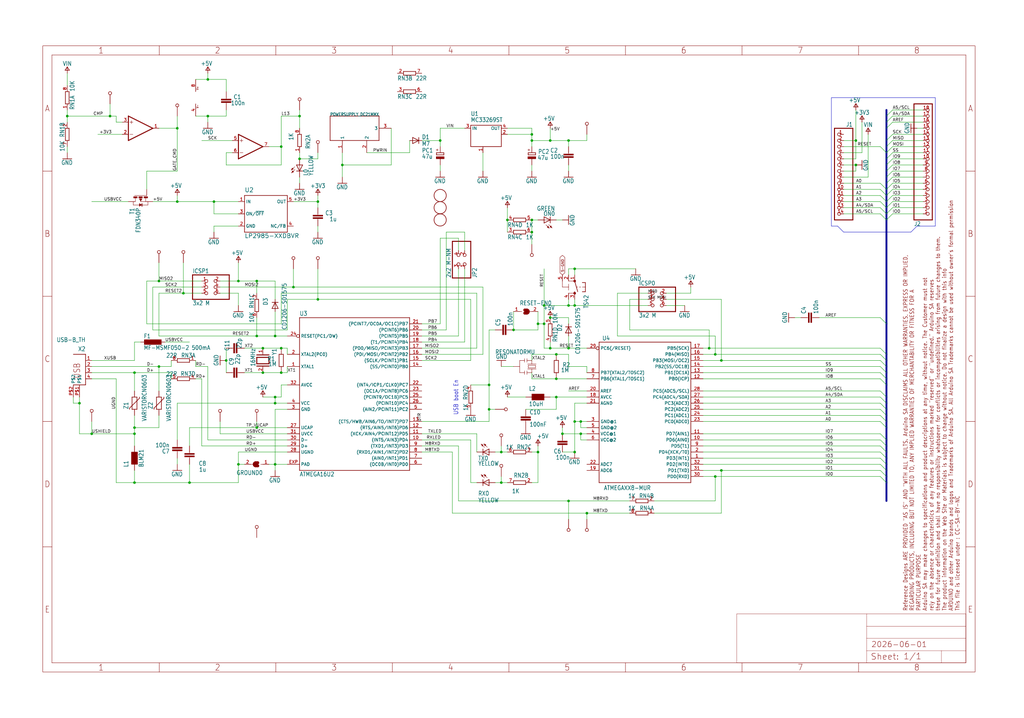
<source format=kicad_sch>
(kicad_sch (version 20230121) (generator eeschema)
  (paper "User" 425.45 298.45)
  (junction (at 241.3 175.26))
  (junction (at 106.68 116.84))
  (junction (at 45.72 48.26))
  (junction (at 99.06 193.04))
  (junction (at 238.76 111.76))
  (junction (at 55.88 180.34))
  (junction (at 86.36 48.26))
  (junction (at 238.76 127))
  (junction (at 299.72 149.86))
  (junction (at 66.04 116.84))
  (junction (at 109.22 154.94))
  (junction (at 238.76 175.26))
  (junction (at 132.08 83.82))
  (junction (at 241.3 180.34))
  (junction (at 203.2 160.02))
  (junction (at 73.66 83.82))
  (junction (at 114.3 167.64))
  (junction (at 203.2 170.18))
  (junction (at 226.06 127))
  (junction (at 114.3 165.1))
  (junction (at 243.84 213.36))
  (junction (at 38.1 180.34))
  (junction (at 124.46 66.04))
  (junction (at 236.22 144.78))
  (junction (at 220.98 58.42))
  (junction (at 231.14 147.32))
  (junction (at 27.94 48.26))
  (junction (at 355.6 58.42))
  (junction (at 228.6 144.78))
  (junction (at 132.08 124.46))
  (junction (at 208.28 187.96))
  (junction (at 223.52 134.62))
  (junction (at 116.84 60.96))
  (junction (at 93.98 149.86))
  (junction (at 109.22 144.78))
  (junction (at 228.6 132.08))
  (junction (at 33.02 167.64))
  (junction (at 114.3 193.04))
  (junction (at 121.92 119.38))
  (junction (at 220.98 96.52))
  (junction (at 88.9 83.82))
  (junction (at 223.52 187.96))
  (junction (at 114.3 139.7))
  (junction (at 297.18 147.32))
  (junction (at 236.22 208.28))
  (junction (at 236.22 58.42))
  (junction (at 210.82 91.44))
  (junction (at 142.24 68.58))
  (junction (at 213.36 137.16))
  (junction (at 116.84 144.78))
  (junction (at 55.88 177.8))
  (junction (at 86.36 33.02))
  (junction (at 73.66 53.34))
  (junction (at 294.64 144.78))
  (junction (at 55.88 154.94))
  (junction (at 233.68 180.34))
  (junction (at 78.74 200.66))
  (junction (at 66.04 152.4))
  (junction (at 297.18 198.12))
  (junction (at 124.46 48.26))
  (junction (at 355.6 68.58))
  (junction (at 238.76 187.96))
  (junction (at 231.14 157.48))
  (junction (at 299.72 195.58))
  (junction (at 55.88 200.66))
  (junction (at 106.68 139.7))
  (junction (at 182.88 58.42))
  (junction (at 208.28 200.66))
  (junction (at 231.14 165.1))
  (junction (at 220.98 91.44))
  (junction (at 226.06 134.62))
  (junction (at 236.22 127))
  (junction (at 220.98 55.88))
  (junction (at 106.68 177.8))
  (junction (at 116.84 154.94))
  (junction (at 99.06 116.84))
  (junction (at 228.6 58.42))
  (junction (at 76.2 121.92))
  (bus_entry (at 365.76 182.88) (size 2.54 2.54))
  (bus_entry (at 365.76 187.96) (size 2.54 2.54))
  (bus_entry (at 370.84 45.72) (size -2.54 2.54))
  (bus_entry (at 370.84 48.26) (size -2.54 2.54))
  (bus_entry (at 365.76 60.96) (size 2.54 2.54))
  (bus_entry (at 365.76 162.56) (size 2.54 2.54))
  (bus_entry (at 370.84 83.82) (size -2.54 2.54))
  (bus_entry (at 370.84 63.5) (size -2.54 2.54))
  (bus_entry (at 370.84 71.12) (size -2.54 2.54))
  (bus_entry (at 365.76 195.58) (size 2.54 2.54))
  (bus_entry (at 365.76 175.26) (size 2.54 2.54))
  (bus_entry (at 365.76 144.78) (size 2.54 2.54))
  (bus_entry (at 370.84 58.42) (size -2.54 2.54))
  (bus_entry (at 365.76 76.2) (size 2.54 2.54))
  (bus_entry (at 370.84 81.28) (size -2.54 2.54))
  (bus_entry (at 365.76 83.82) (size 2.54 2.54))
  (bus_entry (at 365.76 167.64) (size 2.54 2.54))
  (bus_entry (at 370.84 73.66) (size -2.54 2.54))
  (bus_entry (at 365.76 180.34) (size 2.54 2.54))
  (bus_entry (at 365.76 165.1) (size 2.54 2.54))
  (bus_entry (at 365.76 193.04) (size 2.54 2.54))
  (bus_entry (at 365.76 190.5) (size 2.54 2.54))
  (bus_entry (at 365.76 86.36) (size 2.54 2.54))
  (bus_entry (at 365.76 152.4) (size 2.54 2.54))
  (bus_entry (at 370.84 66.04) (size -2.54 2.54))
  (bus_entry (at 365.76 172.72) (size 2.54 2.54))
  (bus_entry (at 370.84 60.96) (size -2.54 2.54))
  (bus_entry (at 365.76 88.9) (size 2.54 2.54))
  (bus_entry (at 370.84 68.58) (size -2.54 2.54))
  (bus_entry (at 365.76 78.74) (size 2.54 2.54))
  (bus_entry (at 365.76 154.94) (size 2.54 2.54))
  (bus_entry (at 370.84 50.8) (size -2.54 2.54))
  (bus_entry (at 370.84 88.9) (size -2.54 2.54))
  (bus_entry (at 370.84 86.36) (size -2.54 2.54))
  (bus_entry (at 370.84 55.88) (size -2.54 2.54))
  (bus_entry (at 370.84 78.74) (size -2.54 2.54))
  (bus_entry (at 370.84 76.2) (size -2.54 2.54))
  (bus_entry (at 365.76 157.48) (size 2.54 2.54))
  (bus_entry (at 365.76 132.08) (size 2.54 2.54))
  (bus_entry (at 365.76 147.32) (size 2.54 2.54))
  (bus_entry (at 365.76 81.28) (size 2.54 2.54))
  (bus_entry (at 365.76 185.42) (size 2.54 2.54))
  (bus_entry (at 365.76 149.86) (size 2.54 2.54))
  (bus_entry (at 365.76 170.18) (size 2.54 2.54))
  (bus_entry (at 365.76 198.12) (size 2.54 2.54))
  (wire (pts (xy 236.22 132.08) (xy 236.22 134.62)) (stroke (width 0.1524)))
  (wire (pts (xy 213.36 152.4) (xy 208.28 152.4)) (stroke (width 0.1524)))
  (wire (pts (xy 350.52 71.12) (xy 355.6 71.12)) (stroke (width 0.1524)))
  (wire (pts (xy 261.62 213.36) (xy 243.84 213.36)) (stroke (width 0.1524)))
  (bus (pts (xy 368.3 177.8) (xy 368.3 182.88)) (stroke (width 0.762)))
  (wire (pts (xy 292.1 182.88) (xy 365.76 182.88)) (stroke (width 0.1524)))
  (wire (pts (xy 111.76 60.96) (xy 116.84 60.96)) (stroke (width 0.1524)))
  (polyline (pts (xy 381 93.98) (xy 388.62 93.98)) (stroke (width 0.1524) (type solid)))
  (wire (pts (xy 83.82 185.42) (xy 119.38 185.42)) (stroke (width 0.1524)))
  (wire (pts (xy 241.3 180.34) (xy 233.68 180.34)) (stroke (width 0.1524)))
  (wire (pts (xy 78.74 193.04) (xy 78.74 200.66)) (stroke (width 0.1524)))
  (wire (pts (xy 205.74 137.16) (xy 203.2 137.16)) (stroke (width 0.1524)))
  (wire (pts (xy 203.2 175.26) (xy 203.2 170.18)) (stroke (width 0.1524)))
  (wire (pts (xy 220.98 96.52) (xy 220.98 91.44)) (stroke (width 0.1524)))
  (wire (pts (xy 106.68 139.7) (xy 106.68 132.08)) (stroke (width 0.1524)))
  (wire (pts (xy 91.44 180.34) (xy 119.38 180.34)) (stroke (width 0.1524)))
  (wire (pts (xy 294.64 144.78) (xy 365.76 144.78)) (stroke (width 0.1524)))
  (bus (pts (xy 368.3 198.12) (xy 368.3 200.66)) (stroke (width 0.762)))
  (wire (pts (xy 116.84 144.78) (xy 119.38 144.78)) (stroke (width 0.1524)))
  (wire (pts (xy 124.46 76.2) (xy 124.46 73.66)) (stroke (width 0.1524)))
  (wire (pts (xy 190.5 104.14) (xy 190.5 99.06)) (stroke (width 0.1524)))
  (wire (pts (xy 66.04 121.92) (xy 76.2 121.92)) (stroke (width 0.1524)))
  (wire (pts (xy 231.14 157.48) (xy 220.98 157.48)) (stroke (width 0.1524)))
  (wire (pts (xy 119.38 182.88) (xy 86.36 182.88)) (stroke (width 0.1524)))
  (wire (pts (xy 48.26 157.48) (xy 48.26 200.66)) (stroke (width 0.1524)))
  (wire (pts (xy 190.5 208.28) (xy 236.22 208.28)) (stroke (width 0.1524)))
  (wire (pts (xy 340.36 132.08) (xy 365.76 132.08)) (stroke (width 0.1524)))
  (wire (pts (xy 96.52 58.42) (xy 83.82 58.42)) (stroke (width 0.1524)))
  (wire (pts (xy 220.98 68.58) (xy 220.98 71.12)) (stroke (width 0.1524)))
  (wire (pts (xy 292.1 144.78) (xy 294.64 144.78)) (stroke (width 0.1524)))
  (wire (pts (xy 355.6 68.58) (xy 350.52 68.58)) (stroke (width 0.1524)))
  (wire (pts (xy 297.18 198.12) (xy 292.1 198.12)) (stroke (width 0.1524)))
  (wire (pts (xy 78.74 142.24) (xy 68.58 142.24)) (stroke (width 0.1524)))
  (bus (pts (xy 368.3 170.18) (xy 368.3 172.72)) (stroke (width 0.762)))
  (bus (pts (xy 368.3 195.58) (xy 368.3 198.12)) (stroke (width 0.762)))
  (wire (pts (xy 223.52 91.44) (xy 220.98 91.44)) (stroke (width 0.1524)))
  (wire (pts (xy 236.22 127) (xy 226.06 127)) (stroke (width 0.1524)))
  (bus (pts (xy 368.3 147.32) (xy 368.3 149.86)) (stroke (width 0.762)))
  (wire (pts (xy 55.88 185.42) (xy 55.88 180.34)) (stroke (width 0.1524)))
  (bus (pts (xy 368.3 187.96) (xy 368.3 190.5)) (stroke (width 0.762)))
  (wire (pts (xy 86.36 50.8) (xy 86.36 48.26)) (stroke (width 0.1524)))
  (wire (pts (xy 27.94 35.56) (xy 27.94 30.48)) (stroke (width 0.1524)))
  (polyline (pts (xy 347.98 93.98) (xy 350.52 96.52)) (stroke (width 0.1524) (type solid)))
  (wire (pts (xy 243.84 213.36) (xy 187.96 213.36)) (stroke (width 0.1524)))
  (wire (pts (xy 99.06 187.96) (xy 119.38 187.96)) (stroke (width 0.1524)))
  (wire (pts (xy 256.54 121.92) (xy 256.54 139.7)) (stroke (width 0.1524)))
  (wire (pts (xy 101.6 193.04) (xy 99.06 193.04)) (stroke (width 0.1524)))
  (wire (pts (xy 93.98 33.02) (xy 93.98 38.1)) (stroke (width 0.1524)))
  (wire (pts (xy 175.26 185.42) (xy 190.5 185.42)) (stroke (width 0.1524)))
  (wire (pts (xy 99.06 116.84) (xy 106.68 116.84)) (stroke (width 0.1524)))
  (wire (pts (xy 109.22 144.78) (xy 101.6 144.78)) (stroke (width 0.1524)))
  (wire (pts (xy 116.84 121.92) (xy 116.84 134.62)) (stroke (width 0.1524)))
  (wire (pts (xy 292.1 154.94) (xy 365.76 154.94)) (stroke (width 0.1524)))
  (bus (pts (xy 368.3 76.2) (xy 368.3 78.74)) (stroke (width 0.762)))
  (wire (pts (xy 109.22 165.1) (xy 114.3 165.1)) (stroke (width 0.1524)))
  (wire (pts (xy 132.08 81.28) (xy 132.08 83.82)) (stroke (width 0.1524)))
  (polyline (pts (xy 388.62 93.98) (xy 388.62 40.64)) (stroke (width 0.1524) (type solid)))
  (bus (pts (xy 368.3 152.4) (xy 368.3 154.94)) (stroke (width 0.762)))
  (wire (pts (xy 203.2 170.18) (xy 203.2 160.02)) (stroke (width 0.1524)))
  (wire (pts (xy 195.58 182.88) (xy 175.26 182.88)) (stroke (width 0.1524)))
  (wire (pts (xy 81.28 33.02) (xy 86.36 33.02)) (stroke (width 0.1524)))
  (bus (pts (xy 368.3 134.62) (xy 368.3 147.32)) (stroke (width 0.762)))
  (wire (pts (xy 297.18 147.32) (xy 292.1 147.32)) (stroke (width 0.1524)))
  (wire (pts (xy 119.38 170.18) (xy 114.3 170.18)) (stroke (width 0.1524)))
  (wire (pts (xy 218.44 170.18) (xy 231.14 170.18)) (stroke (width 0.1524)))
  (wire (pts (xy 243.84 157.48) (xy 231.14 157.48)) (stroke (width 0.1524)))
  (wire (pts (xy 231.14 170.18) (xy 231.14 165.1)) (stroke (width 0.1524)))
  (wire (pts (xy 210.82 55.88) (xy 220.98 55.88)) (stroke (width 0.1524)))
  (wire (pts (xy 355.6 66.04) (xy 355.6 58.42)) (stroke (width 0.1524)))
  (bus (pts (xy 368.3 83.82) (xy 368.3 86.36)) (stroke (width 0.762)))
  (wire (pts (xy 236.22 208.28) (xy 261.62 208.28)) (stroke (width 0.1524)))
  (wire (pts (xy 86.36 152.4) (xy 86.36 182.88)) (stroke (width 0.1524)))
  (wire (pts (xy 106.68 139.7) (xy 66.04 139.7)) (stroke (width 0.1524)))
  (wire (pts (xy 55.88 154.94) (xy 55.88 162.56)) (stroke (width 0.1524)))
  (wire (pts (xy 236.22 215.9) (xy 236.22 208.28)) (stroke (width 0.1524)))
  (wire (pts (xy 116.84 134.62) (xy 60.96 134.62)) (stroke (width 0.1524)))
  (wire (pts (xy 383.54 48.26) (xy 370.84 48.26)) (stroke (width 0.1524)))
  (wire (pts (xy 119.38 193.04) (xy 114.3 193.04)) (stroke (width 0.1524)))
  (wire (pts (xy 81.28 157.48) (xy 83.82 157.48)) (stroke (width 0.1524)))
  (wire (pts (xy 109.22 144.78) (xy 116.84 144.78)) (stroke (width 0.1524)))
  (wire (pts (xy 116.84 68.58) (xy 93.98 68.58)) (stroke (width 0.1524)))
  (wire (pts (xy 360.68 73.66) (xy 360.68 55.88)) (stroke (width 0.1524)))
  (wire (pts (xy 297.18 198.12) (xy 365.76 198.12)) (stroke (width 0.1524)))
  (bus (pts (xy 368.3 86.36) (xy 368.3 88.9)) (stroke (width 0.762)))
  (wire (pts (xy 30.48 165.1) (xy 30.48 167.64)) (stroke (width 0.1524)))
  (wire (pts (xy 383.54 81.28) (xy 370.84 81.28)) (stroke (width 0.1524)))
  (wire (pts (xy 299.72 149.86) (xy 292.1 149.86)) (stroke (width 0.1524)))
  (wire (pts (xy 236.22 147.32) (xy 236.22 152.4)) (stroke (width 0.1524)))
  (wire (pts (xy 175.26 134.62) (xy 182.88 134.62)) (stroke (width 0.1524)))
  (wire (pts (xy 38.1 180.34) (xy 33.02 180.34)) (stroke (width 0.1524)))
  (wire (pts (xy 48.26 200.66) (xy 55.88 200.66)) (stroke (width 0.1524)))
  (wire (pts (xy 195.58 160.02) (xy 203.2 160.02)) (stroke (width 0.1524)))
  (bus (pts (xy 368.3 200.66) (xy 368.3 208.28)) (stroke (width 0.762)))
  (wire (pts (xy 205.74 170.18) (xy 203.2 170.18)) (stroke (width 0.1524)))
  (wire (pts (xy 210.82 200.66) (xy 208.28 200.66)) (stroke (width 0.1524)))
  (wire (pts (xy 223.52 187.96) (xy 223.52 200.66)) (stroke (width 0.1524)))
  (wire (pts (xy 33.02 180.34) (xy 33.02 167.64)) (stroke (width 0.1524)))
  (wire (pts (xy 193.04 96.52) (xy 193.04 104.14)) (stroke (width 0.1524)))
  (wire (pts (xy 81.28 152.4) (xy 86.36 152.4)) (stroke (width 0.1524)))
  (wire (pts (xy 124.46 53.34) (xy 124.46 48.26)) (stroke (width 0.1524)))
  (wire (pts (xy 38.1 157.48) (xy 48.26 157.48)) (stroke (width 0.1524)))
  (wire (pts (xy 226.06 134.62) (xy 226.06 144.78)) (stroke (width 0.1524)))
  (wire (pts (xy 175.26 137.16) (xy 185.42 137.16)) (stroke (width 0.1524)))
  (wire (pts (xy 243.84 180.34) (xy 241.3 180.34)) (stroke (width 0.1524)))
  (wire (pts (xy 236.22 68.58) (xy 236.22 71.12)) (stroke (width 0.1524)))
  (wire (pts (xy 73.66 83.82) (xy 73.66 81.28)) (stroke (width 0.1524)))
  (wire (pts (xy 210.82 165.1) (xy 218.44 165.1)) (stroke (width 0.1524)))
  (wire (pts (xy 78.74 185.42) (xy 78.74 177.8)) (stroke (width 0.1524)))
  (wire (pts (xy 198.12 180.34) (xy 175.26 180.34)) (stroke (width 0.1524)))
  (wire (pts (xy 195.58 149.86) (xy 195.58 124.46)) (stroke (width 0.1524)))
  (wire (pts (xy 142.24 68.58) (xy 142.24 73.66)) (stroke (width 0.1524)))
  (wire (pts (xy 269.24 127) (xy 238.76 127)) (stroke (width 0.1524)))
  (wire (pts (xy 38.1 175.26) (xy 38.1 180.34)) (stroke (width 0.1524)))
  (wire (pts (xy 238.76 111.76) (xy 238.76 114.3)) (stroke (width 0.1524)))
  (bus (pts (xy 368.3 149.86) (xy 368.3 152.4)) (stroke (width 0.762)))
  (wire (pts (xy 175.26 142.24) (xy 193.04 142.24)) (stroke (width 0.1524)))
  (wire (pts (xy 350.52 60.96) (xy 365.76 60.96)) (stroke (width 0.1524)))
  (wire (pts (xy 83.82 157.48) (xy 83.82 185.42)) (stroke (width 0.1524)))
  (wire (pts (xy 261.62 137.16) (xy 294.64 137.16)) (stroke (width 0.1524)))
  (wire (pts (xy 236.22 139.7) (xy 236.22 144.78)) (stroke (width 0.1524)))
  (wire (pts (xy 358.14 63.5) (xy 358.14 50.8)) (stroke (width 0.1524)))
  (wire (pts (xy 241.3 175.26) (xy 243.84 175.26)) (stroke (width 0.1524)))
  (wire (pts (xy 383.54 55.88) (xy 370.84 55.88)) (stroke (width 0.1524)))
  (wire (pts (xy 55.88 142.24) (xy 58.42 142.24)) (stroke (width 0.1524)))
  (bus (pts (xy 368.3 160.02) (xy 368.3 165.1)) (stroke (width 0.762)))
  (wire (pts (xy 228.6 58.42) (xy 236.22 58.42)) (stroke (width 0.1524)))
  (wire (pts (xy 93.98 63.5) (xy 96.52 63.5)) (stroke (width 0.1524)))
  (wire (pts (xy 383.54 45.72) (xy 370.84 45.72)) (stroke (width 0.1524)))
  (wire (pts (xy 228.6 144.78) (xy 226.06 144.78)) (stroke (width 0.1524)))
  (wire (pts (xy 198.12 121.92) (xy 116.84 121.92)) (stroke (width 0.1524)))
  (wire (pts (xy 121.92 119.38) (xy 91.44 119.38)) (stroke (width 0.1524)))
  (wire (pts (xy 299.72 195.58) (xy 365.76 195.58)) (stroke (width 0.1524)))
  (wire (pts (xy 132.08 96.52) (xy 132.08 93.98)) (stroke (width 0.1524)))
  (wire (pts (xy 383.54 71.12) (xy 370.84 71.12)) (stroke (width 0.1524)))
  (wire (pts (xy 187.96 213.36) (xy 187.96 187.96)) (stroke (width 0.1524)))
  (wire (pts (xy 383.54 58.42) (xy 370.84 58.42)) (stroke (width 0.1524)))
  (wire (pts (xy 238.76 167.64) (xy 238.76 175.26)) (stroke (width 0.1524)))
  (bus (pts (xy 368.3 68.58) (xy 368.3 71.12)) (stroke (width 0.762)))
  (wire (pts (xy 292.1 187.96) (xy 365.76 187.96)) (stroke (width 0.1524)))
  (wire (pts (xy 121.92 83.82) (xy 132.08 83.82)) (stroke (width 0.1524)))
  (wire (pts (xy 238.76 187.96) (xy 233.68 187.96)) (stroke (width 0.1524)))
  (wire (pts (xy 292.1 193.04) (xy 365.76 193.04)) (stroke (width 0.1524)))
  (wire (pts (xy 220.98 200.66) (xy 223.52 200.66)) (stroke (width 0.1524)))
  (wire (pts (xy 243.84 182.88) (xy 241.3 182.88)) (stroke (width 0.1524)))
  (wire (pts (xy 236.22 111.76) (xy 236.22 114.3)) (stroke (width 0.1524)))
  (wire (pts (xy 220.98 53.34) (xy 220.98 55.88)) (stroke (width 0.1524)))
  (wire (pts (xy 175.26 149.86) (xy 195.58 149.86)) (stroke (width 0.1524)))
  (wire (pts (xy 91.44 116.84) (xy 99.06 116.84)) (stroke (width 0.1524)))
  (wire (pts (xy 66.04 109.22) (xy 66.04 116.84)) (stroke (width 0.1524)))
  (wire (pts (xy 292.1 190.5) (xy 365.76 190.5)) (stroke (width 0.1524)))
  (wire (pts (xy 106.68 177.8) (xy 106.68 175.26)) (stroke (width 0.1524)))
  (wire (pts (xy 236.22 124.46) (xy 236.22 127)) (stroke (width 0.1524)))
  (wire (pts (xy 73.66 53.34) (xy 66.04 53.34)) (stroke (width 0.1524)))
  (wire (pts (xy 243.84 144.78) (xy 236.22 144.78)) (stroke (width 0.1524)))
  (wire (pts (xy 119.38 160.02) (xy 116.84 160.02)) (stroke (width 0.1524)))
  (wire (pts (xy 73.66 167.64) (xy 73.66 182.88)) (stroke (width 0.1524)))
  (wire (pts (xy 114.3 165.1) (xy 114.3 167.64)) (stroke (width 0.1524)))
  (polyline (pts (xy 345.44 40.64) (xy 345.44 93.98)) (stroke (width 0.1524) (type solid)))
  (wire (pts (xy 60.96 116.84) (xy 66.04 116.84)) (stroke (width 0.1524)))
  (wire (pts (xy 269.24 121.92) (xy 256.54 121.92)) (stroke (width 0.1524)))
  (wire (pts (xy 350.52 76.2) (xy 365.76 76.2)) (stroke (width 0.1524)))
  (wire (pts (xy 203.2 160.02) (xy 203.2 137.16)) (stroke (width 0.1524)))
  (wire (pts (xy 292.1 152.4) (xy 365.76 152.4)) (stroke (width 0.1524)))
  (wire (pts (xy 116.84 48.26) (xy 116.84 60.96)) (stroke (width 0.1524)))
  (wire (pts (xy 210.82 96.52) (xy 210.82 91.44)) (stroke (width 0.1524)))
  (wire (pts (xy 99.06 93.98) (xy 88.9 93.98)) (stroke (width 0.1524)))
  (bus (pts (xy 368.3 73.66) (xy 368.3 76.2)) (stroke (width 0.762)))
  (wire (pts (xy 114.3 139.7) (xy 106.68 139.7)) (stroke (width 0.1524)))
  (wire (pts (xy 210.82 53.34) (xy 220.98 53.34)) (stroke (width 0.1524)))
  (wire (pts (xy 121.92 119.38) (xy 121.92 111.76)) (stroke (width 0.1524)))
  (bus (pts (xy 368.3 53.34) (xy 368.3 58.42)) (stroke (width 0.762)))
  (wire (pts (xy 106.68 116.84) (xy 114.3 116.84)) (stroke (width 0.1524)))
  (polyline (pts (xy 378.46 96.52) (xy 381 93.98)) (stroke (width 0.1524) (type solid)))
  (wire (pts (xy 228.6 53.34) (xy 228.6 58.42)) (stroke (width 0.1524)))
  (wire (pts (xy 73.66 83.82) (xy 88.9 83.82)) (stroke (width 0.1524)))
  (wire (pts (xy 198.12 200.66) (xy 195.58 200.66)) (stroke (width 0.1524)))
  (wire (pts (xy 114.3 129.54) (xy 114.3 139.7)) (stroke (width 0.1524)))
  (wire (pts (xy 198.12 187.96) (xy 198.12 180.34)) (stroke (width 0.1524)))
  (wire (pts (xy 233.68 91.44) (xy 231.14 91.44)) (stroke (width 0.1524)))
  (wire (pts (xy 350.52 58.42) (xy 355.6 58.42)) (stroke (width 0.1524)))
  (wire (pts (xy 208.28 187.96) (xy 205.74 187.96)) (stroke (width 0.1524)))
  (wire (pts (xy 208.28 198.12) (xy 208.28 200.66)) (stroke (width 0.1524)))
  (wire (pts (xy 243.84 177.8) (xy 241.3 177.8)) (stroke (width 0.1524)))
  (wire (pts (xy 350.52 83.82) (xy 365.76 83.82)) (stroke (width 0.1524)))
  (wire (pts (xy 238.76 127) (xy 236.22 127)) (stroke (width 0.1524)))
  (wire (pts (xy 383.54 60.96) (xy 370.84 60.96)) (stroke (width 0.1524)))
  (bus (pts (xy 368.3 60.96) (xy 368.3 63.5)) (stroke (width 0.762)))
  (wire (pts (xy 119.38 167.64) (xy 114.3 167.64)) (stroke (width 0.1524)))
  (wire (pts (xy 175.26 147.32) (xy 200.66 147.32)) (stroke (width 0.1524)))
  (wire (pts (xy 243.84 165.1) (xy 231.14 165.1)) (stroke (width 0.1524)))
  (wire (pts (xy 350.52 81.28) (xy 365.76 81.28)) (stroke (width 0.1524)))
  (wire (pts (xy 195.58 124.46) (xy 132.08 124.46)) (stroke (width 0.1524)))
  (wire (pts (xy 66.04 172.72) (xy 66.04 177.8)) (stroke (width 0.1524)))
  (wire (pts (xy 193.04 53.34) (xy 182.88 53.34)) (stroke (width 0.1524)))
  (wire (pts (xy 76.2 109.22) (xy 76.2 121.92)) (stroke (width 0.1524)))
  (wire (pts (xy 241.3 182.88) (xy 241.3 180.34)) (stroke (width 0.1524)))
  (wire (pts (xy 383.54 78.74) (xy 370.84 78.74)) (stroke (width 0.1524)))
  (wire (pts (xy 99.06 200.66) (xy 99.06 193.04)) (stroke (width 0.1524)))
  (bus (pts (xy 368.3 63.5) (xy 368.3 66.04)) (stroke (width 0.762)))
  (wire (pts (xy 213.36 137.16) (xy 223.52 137.16)) (stroke (width 0.1524)))
  (wire (pts (xy 109.22 154.94) (xy 101.6 154.94)) (stroke (width 0.1524)))
  (wire (pts (xy 383.54 63.5) (xy 370.84 63.5)) (stroke (width 0.1524)))
  (wire (pts (xy 119.38 124.46) (xy 119.38 137.16)) (stroke (width 0.1524)))
  (wire (pts (xy 241.3 177.8) (xy 241.3 175.26)) (stroke (width 0.1524)))
  (wire (pts (xy 198.12 144.78) (xy 198.12 121.92)) (stroke (width 0.1524)))
  (bus (pts (xy 368.3 66.04) (xy 368.3 68.58)) (stroke (width 0.762)))
  (wire (pts (xy 175.26 175.26) (xy 203.2 175.26)) (stroke (width 0.1524)))
  (wire (pts (xy 27.94 48.26) (xy 45.72 48.26)) (stroke (width 0.1524)))
  (wire (pts (xy 93.98 45.72) (xy 93.98 48.26)) (stroke (width 0.1524)))
  (wire (pts (xy 220.98 60.96) (xy 220.98 58.42)) (stroke (width 0.1524)))
  (wire (pts (xy 73.66 48.26) (xy 73.66 53.34)) (stroke (width 0.1524)))
  (wire (pts (xy 132.08 66.04) (xy 132.08 63.5)) (stroke (width 0.1524)))
  (wire (pts (xy 193.04 142.24) (xy 193.04 111.76)) (stroke (width 0.1524)))
  (wire (pts (xy 299.72 149.86) (xy 365.76 149.86)) (stroke (width 0.1524)))
  (wire (pts (xy 66.04 152.4) (xy 66.04 162.56)) (stroke (width 0.1524)))
  (wire (pts (xy 383.54 76.2) (xy 370.84 76.2)) (stroke (width 0.1524)))
  (wire (pts (xy 38.1 83.82) (xy 53.34 83.82)) (stroke (width 0.1524)))
  (wire (pts (xy 292.1 180.34) (xy 365.76 180.34)) (stroke (width 0.1524)))
  (wire (pts (xy 223.52 187.96) (xy 223.52 185.42)) (stroke (width 0.1524)))
  (wire (pts (xy 350.52 73.66) (xy 360.68 73.66)) (stroke (width 0.1524)))
  (wire (pts (xy 33.02 167.64) (xy 33.02 165.1)) (stroke (width 0.1524)))
  (wire (pts (xy 243.84 167.64) (xy 238.76 167.64)) (stroke (width 0.1524)))
  (wire (pts (xy 256.54 139.7) (xy 297.18 139.7)) (stroke (width 0.1524)))
  (wire (pts (xy 220.98 58.42) (xy 228.6 58.42)) (stroke (width 0.1524)))
  (wire (pts (xy 55.88 195.58) (xy 55.88 200.66)) (stroke (width 0.1524)))
  (wire (pts (xy 66.04 139.7) (xy 66.04 121.92)) (stroke (width 0.1524)))
  (wire (pts (xy 200.66 147.32) (xy 200.66 119.38)) (stroke (width 0.1524)))
  (bus (pts (xy 368.3 172.72) (xy 368.3 175.26)) (stroke (width 0.762)))
  (wire (pts (xy 355.6 71.12) (xy 355.6 68.58)) (stroke (width 0.1524)))
  (wire (pts (xy 350.52 86.36) (xy 365.76 86.36)) (stroke (width 0.1524)))
  (bus (pts (xy 368.3 91.44) (xy 368.3 134.62)) (stroke (width 0.762)))
  (wire (pts (xy 119.38 137.16) (xy 63.5 137.16)) (stroke (width 0.1524)))
  (wire (pts (xy 231.14 147.32) (xy 236.22 147.32)) (stroke (width 0.1524)))
  (wire (pts (xy 66.04 152.4) (xy 71.12 152.4)) (stroke (width 0.1524)))
  (wire (pts (xy 292.1 195.58) (xy 299.72 195.58)) (stroke (width 0.1524)))
  (wire (pts (xy 195.58 200.66) (xy 195.58 182.88)) (stroke (width 0.1524)))
  (wire (pts (xy 93.98 68.58) (xy 93.98 63.5)) (stroke (width 0.1524)))
  (wire (pts (xy 238.76 187.96) (xy 238.76 175.26)) (stroke (width 0.1524)))
  (wire (pts (xy 185.42 96.52) (xy 193.04 96.52)) (stroke (width 0.1524)))
  (wire (pts (xy 66.04 116.84) (xy 83.82 116.84)) (stroke (width 0.1524)))
  (wire (pts (xy 55.88 200.66) (xy 78.74 200.66)) (stroke (width 0.1524)))
  (wire (pts (xy 223.52 134.62) (xy 223.52 129.54)) (stroke (width 0.1524)))
  (wire (pts (xy 238.76 175.26) (xy 241.3 175.26)) (stroke (width 0.1524)))
  (wire (pts (xy 142.24 68.58) (xy 162.56 68.58)) (stroke (width 0.1524)))
  (bus (pts (xy 368.3 58.42) (xy 368.3 60.96)) (stroke (width 0.762)))
  (wire (pts (xy 63.5 83.82) (xy 73.66 83.82)) (stroke (width 0.1524)))
  (wire (pts (xy 119.38 139.7) (xy 114.3 139.7)) (stroke (width 0.1524)))
  (wire (pts (xy 182.88 58.42) (xy 182.88 53.34)) (stroke (width 0.1524)))
  (polyline (pts (xy 345.44 93.98) (xy 347.98 93.98)) (stroke (width 0.1524) (type solid)))
  (wire (pts (xy 185.42 137.16) (xy 185.42 96.52)) (stroke (width 0.1524)))
  (wire (pts (xy 210.82 91.44) (xy 210.82 86.36)) (stroke (width 0.1524)))
  (wire (pts (xy 383.54 86.36) (xy 370.84 86.36)) (stroke (width 0.1524)))
  (wire (pts (xy 208.28 200.66) (xy 205.74 200.66)) (stroke (width 0.1524)))
  (wire (pts (xy 292.1 167.64) (xy 365.76 167.64)) (stroke (width 0.1524)))
  (wire (pts (xy 106.68 116.84) (xy 106.68 121.92)) (stroke (width 0.1524)))
  (wire (pts (xy 63.5 119.38) (xy 83.82 119.38)) (stroke (width 0.1524)))
  (wire (pts (xy 210.82 187.96) (xy 208.28 187.96)) (stroke (width 0.1524)))
  (bus (pts (xy 368.3 154.94) (xy 368.3 157.48)) (stroke (width 0.762)))
  (wire (pts (xy 162.56 68.58) (xy 162.56 53.34)) (stroke (width 0.1524)))
  (wire (pts (xy 88.9 83.82) (xy 99.06 83.82)) (stroke (width 0.1524)))
  (wire (pts (xy 99.06 121.92) (xy 99.06 127)) (stroke (width 0.1524)))
  (wire (pts (xy 236.22 144.78) (xy 228.6 144.78)) (stroke (width 0.1524)))
  (wire (pts (xy 238.76 124.46) (xy 238.76 127)) (stroke (width 0.1524)))
  (bus (pts (xy 368.3 81.28) (xy 368.3 83.82)) (stroke (width 0.762)))
  (wire (pts (xy 330.2 132.08) (xy 332.74 132.08)) (stroke (width 0.1524)))
  (wire (pts (xy 223.52 134.62) (xy 226.06 134.62)) (stroke (width 0.1524)))
  (wire (pts (xy 297.18 139.7) (xy 297.18 147.32)) (stroke (width 0.1524)))
  (wire (pts (xy 299.72 213.36) (xy 299.72 195.58)) (stroke (width 0.1524)))
  (wire (pts (xy 287.02 119.38) (xy 287.02 121.92)) (stroke (width 0.1524)))
  (wire (pts (xy 76.2 121.92) (xy 83.82 121.92)) (stroke (width 0.1524)))
  (wire (pts (xy 297.18 208.28) (xy 297.18 198.12)) (stroke (width 0.1524)))
  (wire (pts (xy 261.62 124.46) (xy 261.62 137.16)) (stroke (width 0.1524)))
  (wire (pts (xy 78.74 200.66) (xy 99.06 200.66)) (stroke (width 0.1524)))
  (wire (pts (xy 55.88 180.34) (xy 38.1 180.34)) (stroke (width 0.1524)))
  (bus (pts (xy 368.3 50.8) (xy 368.3 53.34)) (stroke (width 0.762)))
  (wire (pts (xy 114.3 195.58) (xy 114.3 193.04)) (stroke (width 0.1524)))
  (wire (pts (xy 55.88 154.94) (xy 38.1 154.94)) (stroke (width 0.1524)))
  (wire (pts (xy 269.24 124.46) (xy 261.62 124.46)) (stroke (width 0.1524)))
  (wire (pts (xy 182.88 71.12) (xy 182.88 68.58)) (stroke (width 0.1524)))
  (wire (pts (xy 71.12 154.94) (xy 55.88 154.94)) (stroke (width 0.1524)))
  (wire (pts (xy 231.14 165.1) (xy 228.6 165.1)) (stroke (width 0.1524)))
  (wire (pts (xy 27.94 63.5) (xy 27.94 60.96)) (stroke (width 0.1524)))
  (wire (pts (xy 238.76 111.76) (xy 264.16 111.76)) (stroke (width 0.1524)))
  (wire (pts (xy 111.76 193.04) (xy 114.3 193.04)) (stroke (width 0.1524)))
  (wire (pts (xy 116.84 154.94) (xy 119.38 154.94)) (stroke (width 0.1524)))
  (wire (pts (xy 175.26 144.78) (xy 198.12 144.78)) (stroke (width 0.1524)))
  (wire (pts (xy 287.02 121.92) (xy 276.86 121.92)) (stroke (width 0.1524)))
  (bus (pts (xy 368.3 88.9) (xy 368.3 91.44)) (stroke (width 0.762)))
  (wire (pts (xy 45.72 43.18) (xy 45.72 48.26)) (stroke (width 0.1524)))
  (wire (pts (xy 383.54 73.66) (xy 370.84 73.66)) (stroke (width 0.1524)))
  (wire (pts (xy 55.88 149.86) (xy 55.88 142.24)) (stroke (width 0.1524)))
  (wire (pts (xy 284.48 127) (xy 276.86 127)) (stroke (width 0.1524)))
  (wire (pts (xy 55.88 177.8) (xy 55.88 172.72)) (stroke (width 0.1524)))
  (wire (pts (xy 236.22 58.42) (xy 236.22 60.96)) (stroke (width 0.1524)))
  (wire (pts (xy 292.1 185.42) (xy 365.76 185.42)) (stroke (width 0.1524)))
  (wire (pts (xy 228.6 142.24) (xy 228.6 144.78)) (stroke (width 0.1524)))
  (polyline (pts (xy 350.52 96.52) (xy 378.46 96.52)) (stroke (width 0.1524) (type solid)))
  (wire (pts (xy 116.84 154.94) (xy 109.22 154.94)) (stroke (width 0.1524)))
  (bus (pts (xy 368.3 167.64) (xy 368.3 170.18)) (stroke (width 0.762)))
  (wire (pts (xy 30.48 167.64) (xy 33.02 167.64)) (stroke (width 0.1524)))
  (bus (pts (xy 368.3 185.42) (xy 368.3 187.96)) (stroke (width 0.762)))
  (wire (pts (xy 99.06 116.84) (xy 99.06 109.22)) (stroke (width 0.1524)))
  (wire (pts (xy 124.46 45.72) (xy 124.46 48.26)) (stroke (width 0.1524)))
  (wire (pts (xy 292.1 157.48) (xy 365.76 157.48)) (stroke (width 0.1524)))
  (wire (pts (xy 55.88 177.8) (xy 55.88 180.34)) (stroke (width 0.1524)))
  (wire (pts (xy 99.06 193.04) (xy 99.06 187.96)) (stroke (width 0.1524)))
  (wire (pts (xy 71.12 149.86) (xy 71.12 152.4)) (stroke (width 0.1524)))
  (bus (pts (xy 368.3 193.04) (xy 368.3 195.58)) (stroke (width 0.762)))
  (wire (pts (xy 220.98 187.96) (xy 223.52 187.96)) (stroke (width 0.1524)))
  (wire (pts (xy 93.98 48.26) (xy 86.36 48.26)) (stroke (width 0.1524)))
  (wire (pts (xy 220.98 55.88) (xy 220.98 58.42)) (stroke (width 0.1524)))
  (wire (pts (xy 292.1 162.56) (xy 365.76 162.56)) (stroke (width 0.1524)))
  (wire (pts (xy 226.06 127) (xy 226.06 111.76)) (stroke (width 0.1524)))
  (wire (pts (xy 243.84 215.9) (xy 243.84 213.36)) (stroke (width 0.1524)))
  (wire (pts (xy 292.1 172.72) (xy 365.76 172.72)) (stroke (width 0.1524)))
  (wire (pts (xy 350.52 88.9) (xy 365.76 88.9)) (stroke (width 0.1524)))
  (wire (pts (xy 124.46 66.04) (xy 132.08 66.04)) (stroke (width 0.1524)))
  (wire (pts (xy 132.08 124.46) (xy 119.38 124.46)) (stroke (width 0.1524)))
  (wire (pts (xy 60.96 134.62) (xy 60.96 116.84)) (stroke (width 0.1524)))
  (wire (pts (xy 190.5 139.7) (xy 190.5 111.76)) (stroke (width 0.1524)))
  (wire (pts (xy 350.52 63.5) (xy 358.14 63.5)) (stroke (width 0.1524)))
  (wire (pts (xy 271.78 213.36) (xy 299.72 213.36)) (stroke (width 0.1524)))
  (bus (pts (xy 368.3 71.12) (xy 368.3 73.66)) (stroke (width 0.762)))
  (wire (pts (xy 66.04 177.8) (xy 55.88 177.8)) (stroke (width 0.1524)))
  (wire (pts (xy 132.08 124.46) (xy 132.08 111.76)) (stroke (width 0.1524)))
  (wire (pts (xy 175.26 139.7) (xy 190.5 139.7)) (stroke (width 0.1524)))
  (wire (pts (xy 116.84 60.96) (xy 116.84 68.58)) (stroke (width 0.1524)))
  (wire (pts (xy 299.72 124.46) (xy 299.72 149.86)) (stroke (width 0.1524)))
  (wire (pts (xy 71.12 154.94) (xy 71.12 157.48)) (stroke (width 0.1524)))
  (wire (pts (xy 119.38 177.8) (xy 106.68 177.8)) (stroke (width 0.1524)))
  (wire (pts (xy 116.84 160.02) (xy 116.84 165.1)) (stroke (width 0.1524)))
  (bus (pts (xy 368.3 165.1) (xy 368.3 167.64)) (stroke (width 0.762)))
  (wire (pts (xy 132.08 83.82) (xy 132.08 86.36)) (stroke (width 0.1524)))
  (wire (pts (xy 190.5 99.06) (xy 182.88 99.06)) (stroke (width 0.1524)))
  (wire (pts (xy 86.36 33.02) (xy 93.98 33.02)) (stroke (width 0.1524)))
  (wire (pts (xy 381 53.34) (xy 383.54 53.34)) (stroke (width 0.1524)))
  (wire (pts (xy 383.54 83.82) (xy 370.84 83.82)) (stroke (width 0.1524)))
  (wire (pts (xy 220.98 157.48) (xy 220.98 154.94)) (stroke (width 0.1524)))
  (wire (pts (xy 27.94 45.72) (xy 27.94 48.26)) (stroke (width 0.1524)))
  (wire (pts (xy 213.36 137.16) (xy 213.36 129.54)) (stroke (width 0.1524)))
  (wire (pts (xy 114.3 170.18) (xy 114.3 193.04)) (stroke (width 0.1524)))
  (wire (pts (xy 99.06 88.9) (xy 88.9 88.9)) (stroke (width 0.1524)))
  (bus (pts (xy 368.3 182.88) (xy 368.3 185.42)) (stroke (width 0.762)))
  (wire (pts (xy 297.18 147.32) (xy 365.76 147.32)) (stroke (width 0.1524)))
  (wire (pts (xy 182.88 99.06) (xy 182.88 134.62)) (stroke (width 0.1524)))
  (wire (pts (xy 243.84 162.56) (xy 236.22 162.56)) (stroke (width 0.1524)))
  (bus (pts (xy 368.3 157.48) (xy 368.3 160.02)) (stroke (width 0.762)))
  (wire (pts (xy 297.18 208.28) (xy 271.78 208.28)) (stroke (width 0.1524)))
  (wire (pts (xy 383.54 50.8) (xy 370.84 50.8)) (stroke (width 0.1524)))
  (wire (pts (xy 50.8 55.88) (xy 40.64 55.88)) (stroke (width 0.1524)))
  (bus (pts (xy 368.3 78.74) (xy 368.3 81.28)) (stroke (width 0.762)))
  (wire (pts (xy 73.66 71.12) (xy 73.66 53.34)) (stroke (width 0.1524)))
  (wire (pts (xy 243.84 58.42) (xy 243.84 55.88)) (stroke (width 0.1524)))
  (wire (pts (xy 228.6 132.08) (xy 236.22 132.08)) (stroke (width 0.1524)))
  (wire (pts (xy 276.86 124.46) (xy 299.72 124.46)) (stroke (width 0.1524)))
  (wire (pts (xy 93.98 149.86) (xy 93.98 144.78)) (stroke (width 0.1524)))
  (wire (pts (xy 187.96 187.96) (xy 175.26 187.96)) (stroke (width 0.1524)))
  (wire (pts (xy 63.5 137.16) (xy 63.5 119.38)) (stroke (width 0.1524)))
  (wire (pts (xy 142.24 63.5) (xy 142.24 68.58)) (stroke (width 0.1524)))
  (wire (pts (xy 383.54 68.58) (xy 370.84 68.58)) (stroke (width 0.1524)))
  (wire (pts (xy 355.6 58.42) (xy 355.6 45.72)) (stroke (width 0.1524)))
  (bus (pts (xy 368.3 175.26) (xy 368.3 177.8)) (stroke (width 0.762)))
  (wire (pts (xy 152.4 63.5) (xy 170.18 63.5)) (stroke (width 0.1524)))
  (wire (pts (xy 208.28 185.42) (xy 208.28 187.96)) (stroke (width 0.1524)))
  (wire (pts (xy 175.26 58.42) (xy 182.88 58.42)) (stroke (width 0.1524)))
  (wire (pts (xy 226.06 134.62) (xy 226.06 127)) (stroke (width 0.1524)))
  (wire (pts (xy 236.22 111.76) (xy 238.76 111.76)) (stroke (width 0.1524)))
  (wire (pts (xy 48.26 50.8) (xy 48.26 48.26)) (stroke (width 0.1524)))
  (wire (pts (xy 88.9 93.98) (xy 88.9 96.52)) (stroke (width 0.1524)))
  (wire (pts (xy 124.46 63.5) (xy 124.46 66.04)) (stroke (width 0.1524)))
  (wire (pts (xy 106.68 177.8) (xy 78.74 177.8)) (stroke (width 0.1524)))
  (wire (pts (xy 88.9 88.9) (xy 88.9 83.82)) (stroke (width 0.1524)))
  (wire (pts (xy 223.52 137.16) (xy 223.52 134.62)) (stroke (width 0.1524)))
  (wire (pts (xy 114.3 167.64) (xy 73.66 167.64)) (stroke (width 0.1524)))
  (wire (pts (xy 73.66 193.04) (xy 73.66 190.5)) (stroke (width 0.1524)))
  (wire (pts (xy 38.1 152.4) (xy 66.04 152.4)) (stroke (width 0.1524)))
  (wire (pts (xy 114.3 116.84) (xy 114.3 124.46)) (stroke (width 0.1524)))
  (wire (pts (xy 91.44 121.92) (xy 99.06 121.92)) (stroke (width 0.1524)))
  (wire (pts (xy 190.5 185.42) (xy 190.5 208.28)) (stroke (width 0.1524)))
  (wire (pts (xy 81.28 48.26) (xy 86.36 48.26)) (stroke (width 0.1524)))
  (wire (pts (xy 116.84 165.1) (xy 114.3 165.1)) (stroke (width 0.1524)))
  (wire (pts (xy 200.66 71.12) (xy 200.66 63.5)) (stroke (width 0.1524)))
  (wire (pts (xy 38.1 149.86) (xy 55.88 149.86)) (stroke (width 0.1524)))
  (bus (pts (xy 368.3 48.26) (xy 368.3 50.8)) (stroke (width 0.762)))
  (wire (pts (xy 233.68 177.8) (xy 233.68 180.34)) (stroke (width 0.1524)))
  (wire (pts (xy 124.46 48.26) (xy 116.84 48.26)) (stroke (width 0.1524)))
  (wire (pts (xy 60.96 71.12) (xy 73.66 71.12)) (stroke (width 0.1524)))
  (wire (pts (xy 182.88 60.96) (xy 182.88 58.42)) (stroke (width 0.1524)))
  (wire (pts (xy 383.54 66.04) (xy 370.84 66.04)) (stroke (width 0.1524)))
  (wire (pts (xy 50.8 50.8) (xy 48.26 50.8)) (stroke (width 0.1524)))
  (wire (pts (xy 200.66 119.38) (xy 121.92 119.38)) (stroke (width 0.1524)))
  (wire (pts (xy 365.76 165.1) (xy 292.1 165.1)) (stroke (width 0.1524)))
  (wire (pts (xy 365.76 175.26) (xy 292.1 175.26)) (stroke (width 0.1524)))
  (wire (pts (xy 350.52 66.04) (xy 355.6 66.04)) (stroke (width 0.1524)))
  (wire (pts (xy 119.38 154.94) (xy 119.38 152.4)) (stroke (width 0.1524)))
  (wire (pts (xy 86.36 30.48) (xy 86.36 33.02)) (stroke (width 0.1524)))
  (wire (pts (xy 294.64 137.16) (xy 294.64 144.78)) (stroke (width 0.1524)))
  (wire (pts (xy 60.96 78.74) (xy 60.96 71.12)) (stroke (width 0.1524)))
  (wire (pts (xy 220.98 149.86) (xy 220.98 147.32)) (stroke (width 0.1524)))
  (wire (pts (xy 236.22 152.4) (xy 243.84 152.4)) (stroke (width 0.1524)))
  (polyline (pts (xy 388.62 40.64) (xy 345.44 40.64)) (stroke (width 0.1524) (type solid)))
  (wire (pts (xy 220.98 147.32) (xy 231.14 147.32)) (stroke (width 0.1524)))
  (wire (pts (xy 350.52 78.74) (xy 365.76 78.74)) (stroke (width 0.1524)))
  (bus (pts (xy 368.3 190.5) (xy 368.3 193.04)) (stroke (width 0.762)))
  (wire (pts (xy 119.38 144.78) (xy 119.38 147.32)) (stroke (width 0.1524)))
  (wire (pts (xy 27.94 48.26) (xy 27.94 50.8)) (stroke (width 0.1524)))
  (wire (pts (xy 243.84 152.4) (xy 243.84 154.94)) (stroke (width 0.1524)))
  (wire (pts (xy 170.18 63.5) (xy 170.18 58.42)) (stroke (width 0.1524)))
  (wire (pts (xy 91.44 180.34) (xy 91.44 175.26)) (stroke (width 0.1524)))
  (wire (pts (xy 383.54 88.9) (xy 370.84 88.9)) (stroke (width 0.1524)))
  (wire (pts (xy 236.22 58.42) (xy 243.84 58.42)) (stroke (width 0.1524)))
  (wire (pts (xy 220.98 96.52) (xy 220.98 101.6)) (stroke (width 0.1524)))
  (wire (pts (xy 45.72 48.26) (xy 48.26 48.26)) (stroke (width 0.1524)))
  (bus (pts (xy 368.3 45.72) (xy 368.3 48.26)) (stroke (width 0.762)))
  (wire (pts (xy 93.98 154.94) (xy 93.98 149.86)) (stroke (width 0.1524)))
  (wire (pts (xy 365.76 170.18) (xy 292.1 170.18)) (stroke (width 0.1524)))
  (wire (pts (xy 81.28 149.86) (xy 81.28 152.4)) (stroke (width 0.1524)))
  (text "USB boot En" (at 190.5 172.72 90) (effects (font (size 1.778 1.5113)) (justify left bottom)))
  (label "PB6" (at 177.8 137.16 0) (effects (font (size 1.2446 1.2446))))
  (label "RESET2" (at 96.52 139.7 0) (effects (font (size 1.2446 1.2446))))
  (label "MISO" (at 370.84 58.42 0) (effects (font (size 1.2446 1.2446))))
  (label "USHIELD" (at 38.1 180.34 0) (effects (font (size 1.2446 1.2446))))
  (label "SCK" (at 86.36 58.42 0) (effects (font (size 1.2446 1.2446))))
  (label "AREF" (at 370.84 50.8 0) (effects (font (size 1.2446 1.2446))))
  (label "A1" (at 355.6 78.74 0) (effects (font (size 1.2446 1.2446))))
  (label "MISO2" (at 66.04 116.84 0) (effects (font (size 1.2446 1.2446))))
  (label "IO2" (at 342.9 193.04 0) (effects (font (size 1.2446 1.2446))))
  (label "DTR" (at 175.26 175.26 90) (effects (font (size 1.2446 1.2446))))
  (label "XTAL2" (at 220.98 149.86 0) (effects (font (size 1.2446 1.2446))))
  (label "IO6" (at 342.9 182.88 0) (effects (font (size 1.2446 1.2446))))
  (label "RD+" (at 81.28 157.48 0) (effects (font (size 1.2446 1.2446))))
  (label "RD+" (at 102.235 185.42 0) (effects (font (size 1.2446 1.2446))))
  (label "A5/SCL" (at 355.6 88.9 0) (effects (font (size 1.2446 1.2446))))
  (label "+3V3" (at 41.275 55.88 0) (effects (font (size 1.2446 1.2446))))
  (label "M8TXD" (at 176.53 187.96 0) (effects (font (size 1.2446 1.2446))))
  (label "A1" (at 342.9 172.72 0) (effects (font (size 1.2446 1.2446))))
  (label "IO7" (at 370.84 71.12 0) (effects (font (size 1.2446 1.2446))))
  (label "A0" (at 355.6 76.2 0) (effects (font (size 1.2446 1.2446))))
  (label "PB7" (at 177.8 134.62 0) (effects (font (size 1.2446 1.2446))))
  (label "IO4" (at 370.84 78.74 0) (effects (font (size 1.2446 1.2446))))
  (label "A2" (at 355.6 81.28 0) (effects (font (size 1.2446 1.2446))))
  (label "L13" (at 116.84 48.26 0) (effects (font (size 1.2446 1.2446))))
  (label "MISO" (at 269.24 121.92 0) (effects (font (size 1.016 1.016))))
  (label "MISO2" (at 176.53 144.78 0) (effects (font (size 1.2446 1.2446))))
  (label "A3" (at 342.9 167.64 0) (effects (font (size 1.2446 1.2446))))
  (label "SCK" (at 370.84 55.88 0) (effects (font (size 1.2446 1.2446))))
  (label "SCK2" (at 68.58 119.38 0) (effects (font (size 1.2446 1.2446))))
  (label "XT1" (at 119.38 154.94 0) (effects (font (size 1.2446 1.2446))))
  (label "A4/SDA" (at 370.84 48.26 0) (effects (font (size 1.2446 1.2446))))
  (label "IO9" (at 342.9 154.94 0) (effects (font (size 1.2446 1.2446))))
  (label "IO8" (at 342.9 157.48 0) (effects (font (size 1.2446 1.2446))))
  (label "TXLED" (at 177.8 180.34 0) (effects (font (size 1.2446 1.2446))))
  (label "A2" (at 342.9 170.18 0) (effects (font (size 1.2446 1.2446))))
  (label "UGND" (at 48.26 170.18 90) (effects (font (size 1.2446 1.2446))))
  (label "AREF" (at 236.22 162.56 0) (effects (font (size 1.2446 1.2446))))
  (label "RXLED" (at 177.165 182.88 0) (effects (font (size 1.2446 1.2446))))
  (label "AREF" (at 342.9 132.08 0) (effects (font (size 1.2446 1.2446))))
  (label "M8RXD" (at 176.53 185.42 0) (effects (font (size 1.2446 1.2446))))
  (label "D-" (at 60.96 152.4 0) (effects (font (size 1.2446 1.2446))))
  (label "PB4" (at 177.8 142.24 0) (effects (font (size 1.2446 1.2446))))
  (label "M8TXD" (at 246.38 213.36 0) (effects (font (size 1.2446 1.2446))))
  (label "IO3" (at 342.9 190.5 0) (effects (font (size 1.2446 1.2446))))
  (label "IO1" (at 370.84 86.36 0) (effects (font (size 1.2446 1.2446))))
  (label "XTAL1" (at 220.98 157.48 0) (effects (font (size 1.2446 1.2446))))
  (label "A4/SDA" (at 342.9 165.1 0) (effects (font (size 1.2446 1.2446))))
  (label "RESET2" (at 68.58 121.92 0) (effects (font (size 1.2446 1.2446))))
  (label "A3" (at 355.6 83.82 0) (effects (font (size 1.2446 1.2446))))
  (label "MOSI2" (at 101.6 119.38 0) (effects (font (size 1.2446 1.2446))))
  (label "A0" (at 342.9 175.26 0) (effects (font (size 1.2446 1.2446))))
  (label "RD-" (at 102.235 182.88 0) (effects (font (size 1.2446 1.2446))))
  (label "SCK" (at 269.24 124.46 0) (effects (font (size 1.016 1.016))))
  (label "PWRIN" (at 154.94 63.5 0) (effects (font (size 1.2446 1.2446))))
  (label "IO2" (at 370.84 83.82 0) (effects (font (size 1.2446 1.2446))))
  (label "SCK2" (at 176.53 149.86 0) (effects (font (size 1.2446 1.2446))))
  (label "D+" (at 60.96 154.94 0) (effects (font (size 1.2446 1.2446))))
  (label "IO5" (at 370.84 76.2 0) (effects (font (size 1.2446 1.2446))))
  (label "RESET" (at 356.235 60.96 0) (effects (font (size 1.2446 1.2446))))
  (label "IO3" (at 370.84 81.28 0) (effects (font (size 1.2446 1.2446))))
  (label "MOSI" (at 370.84 60.96 0) (effects (font (size 1.2446 1.2446))))
  (label "GATE_CMD" (at 73.66 71.12 90) (effects (font (size 1.2446 1.2446))))
  (label "UGND" (at 101.6 187.96 0) (effects (font (size 1.2446 1.2446))))
  (label "IO0" (at 342.9 198.12 0) (effects (font (size 1.2446 1.2446))))
  (label "XT2" (at 101.6 144.78 0) (effects (font (size 1.2446 1.2446))))
  (label "M8RXD" (at 246.38 208.28 0) (effects (font (size 1.2446 1.2446))))
  (label "SS" (at 370.84 63.5 0) (effects (font (size 1.2446 1.2446))))
  (label "USBVCC" (at 43.18 83.82 0) (effects (font (size 1.2446 1.2446))))
  (label "IO5" (at 342.9 185.42 0) (effects (font (size 1.2446 1.2446))))
  (label "XT1" (at 101.6 154.94 0) (effects (font (size 1.2446 1.2446))))
  (label "+5V" (at 63.5 83.82 0) (effects (font (size 1.2446 1.2446))))
  (label "IO4" (at 342.9 187.96 0) (effects (font (size 1.2446 1.2446))))
  (label "RD-" (at 81.28 152.4 0) (effects (font (size 1.2446 1.2446))))
  (label "A5/SCL" (at 342.9 162.56 0) (effects (font (size 1.2446 1.2446))))
  (label "SS" (at 342.9 152.4 0) (effects (font (size 1.2446 1.2446))))
  (label "+5V" (at 228.6 54.61 0) (effects (font (size 1.2446 1.2446))))
  (label "IO0" (at 370.84 88.9 0) (effects (font (size 1.2446 1.2446))))
  (label "XUSB" (at 43.18 149.86 0) (effects (font (size 1.2446 1.2446))))
  (label "+3V3" (at 121.92 83.82 0) (effects (font (size 1.2446 1.2446))))
  (label "IO8" (at 370.84 68.58 0) (effects (font (size 1.2446 1.2446))))
  (label "MOSI2" (at 176.53 147.32 0) (effects (font (size 1.2446 1.2446))))
  (label "PB5" (at 177.8 139.7 0) (effects (font (size 1.2446 1.2446))))
  (label "MOSI" (at 276.86 124.46 180) (effects (font (size 1.016 1.016))))
  (label "RESET" (at 226.06 119.38 90) (effects (font (size 1.1735 1.1735))))
  (label "USBVCC" (at 68.58 142.24 0) (effects (font (size 1.2446 1.2446))))
  (label "TP_VUCAP" (at 102.235 177.8 0) (effects (font (size 1.2446 1.2446))))
  (label "CMP" (at 38.735 48.26 0) (effects (font (size 1.2446 1.2446))))
  (label "IO6" (at 370.84 73.66 0) (effects (font (size 1.2446 1.2446))))
  (label "USBVCC" (at 102.235 180.34 0) (effects (font (size 1.2446 1.2446))))
  (label "A4/SDA" (at 355.6 86.36 0) (effects (font (size 1.2446 1.2446))))
  (label "VIN" (at 185.42 53.34 0) (effects (font (size 1.2446 1.2446))))
  (label "IO9" (at 370.84 66.04 0) (effects (font (size 1.2446 1.2446))))
  (label "RESET" (at 232.41 144.78 0) (effects (font (size 1.2446 1.2446))))
  (label "A5/SCL" (at 370.84 45.72 0) (effects (font (size 1.2446 1.2446))))
  (label "IO1" (at 342.9 195.58 0) (effects (font (size 1.2446 1.2446))))
  (label "IO7" (at 342.9 180.34 0) (effects (font (size 1.2446 1.2446))))
  (global_label "5-GND" (shape bidirectional) (at 233.68 114.3 90) (effects (font (size 1.016 1.016))) (property "Intersheetrefs" "${INTERSHEET_REFS}" (effects hide)))
  (symbol (lib_id "UNOSMD_V3-eagle-import:VIN") (at 27.94 27.94 0) (unit 1)
    (property "Reference" "#VIN1" (effects hide))
    (property "Value" "VIN" (at 27.94 27.432 0) (effects (font (size 1.778 1.5113)) (justify bottom)))
  )
  (symbol (lib_id "UNOSMD_V3-eagle-import:Arduino-supply_GND") (at 327.66 132.08 270) (unit 1)
    (property "Reference" "#GND13" (effects hide))
    (property "Value" "GND" (at 325.12 129.54 0) (effects (font (size 1.778 1.5113)) (justify left bottom)))
  )
  (symbol (lib_id "UNOSMD_V3-eagle-import:PINHD-1X14-CUSTOM") (at 347.98 71.12 0) (mirror y) (unit 1)
    (property "Reference" "J1" (at 354.33 52.705 0) (effects (font (size 1.778 1.5113)) (justify left bottom)))
    (property "Value" "-" (effects hide))
    (property "Footprint" "UNOSMD_V3:1X14-CUSTOM" (effects hide))
  )
  (symbol (lib_id "UNOSMD_V3-eagle-import:Arduino-supply_GND") (at 27.94 66.04 0) (unit 1)
    (property "Reference" "#GND20" (effects hide))
    (property "Value" "GND" (at 25.4 68.58 0) (effects (font (size 1.778 1.5113)) (justify left bottom)))
  )
  (symbol (lib_id "UNOSMD_V3-eagle-import:TP_SP") (at 121.92 111.76 90) (unit 1)
    (property "Reference" "TP_MOSI2" (effects hide))
    (property "Value" "TP_SP" (effects hide))
    (property "Footprint" "UNOSMD_V3:TP-SP" (effects hide))
  )
  (symbol (lib_id "UNOSMD_V3-eagle-import:GND") (at 73.66 195.58 0) (unit 1)
    (property "Reference" "#GND16" (effects hide))
    (property "Value" "GND" (at 71.12 198.12 0) (effects (font (size 1.778 1.5113)) (justify left bottom)))
  )
  (symbol (lib_id "UNOSMD_V3-eagle-import:+5V") (at 210.82 162.56 0) (unit 1)
    (property "Reference" "#P+3" (effects hide))
    (property "Value" "+5V" (at 212.725 160.02 0) (effects (font (size 1.778 1.5113)) (justify right top)))
  )
  (symbol (lib_id "UNOSMD_V3-eagle-import:TP_SP") (at 220.98 101.6 270) (unit 1)
    (property "Reference" "TP_ONL0" (effects hide))
    (property "Value" "TP_SP" (effects hide))
    (property "Footprint" "UNOSMD_V3:TP-SP" (effects hide))
  )
  (symbol (lib_id "UNOSMD_V3-eagle-import:R-EU_R0603") (at 116.84 149.86 90) (unit 1)
    (property "Reference" "R1" (at 114.3 148.1836 90) (effects (font (size 1.778 1.5113)) (justify left bottom)))
    (property "Value" "1M" (at 114.935 150.368 90) (effects (font (size 1.778 1.5113)) (justify left bottom)))
    (property "Footprint" "UNOSMD_V3:R0603-ROUND" (effects hide))
  )
  (symbol (lib_id "UNOSMD_V3-eagle-import:+5V") (at 233.68 175.26 0) (unit 1)
    (property "Reference" "#P+12" (effects hide))
    (property "Value" "+5V" (at 235.585 172.72 0) (effects (font (size 1.778 1.5113)) (justify right top)))
  )
  (symbol (lib_id "UNOSMD_V3-eagle-import:TS42") (at 238.76 119.38 180) (unit 1)
    (property "Reference" "RESET0" (effects hide))
    (property "Value" "TS42" (at 242.57 122.555 90) (effects (font (size 1.778 1.5113)) (justify left bottom)))
    (property "Footprint" "UNOSMD_V3:TS42" (effects hide))
  )
  (symbol (lib_id "UNOSMD_V3-eagle-import:Arduino-supply_GND") (at 218.44 180.34 0) (unit 1)
    (property "Reference" "#GND24" (effects hide))
    (property "Value" "GND" (at 215.9 182.88 0) (effects (font (size 1.778 1.5113)) (justify left bottom)))
  )
  (symbol (lib_id "UNOSMD_V3-eagle-import:Arduino-supply_GND") (at 195.58 172.72 0) (unit 1)
    (property "Reference" "#GND15" (effects hide))
    (property "Value" "GND" (at 193.04 175.26 0) (effects (font (size 1.778 1.5113)) (justify left bottom)))
  )
  (symbol (lib_id "UNOSMD_V3-eagle-import:+5V") (at 73.66 78.74 0) (unit 1)
    (property "Reference" "#P+10" (effects hide))
    (property "Value" "+5V" (at 75.565 76.2 0) (effects (font (size 1.778 1.5113)) (justify right top)))
  )
  (symbol (lib_id "UNOSMD_V3-eagle-import:C-EU0603-RND") (at 236.22 66.04 180) (unit 1)
    (property "Reference" "C2" (at 228.6 63.5 0) (effects (font (size 1.778 1.5113)) (justify right top)))
    (property "Value" "100n" (at 228.6 66.04 0) (effects (font (size 1.778 1.5113)) (justify right top)))
    (property "Footprint" "UNOSMD_V3:C0603-ROUND" (effects hide))
  )
  (symbol (lib_id "UNOSMD_V3-eagle-import:4R-NCAY16") (at 170.18 30.48 0) (unit 2)
    (property "Reference" "RN3" (at 165.1 33.528 0) (effects (font (size 1.778 1.5113)) (justify left bottom)))
    (property "Value" "22R" (at 172.72 33.528 0) (effects (font (size 1.778 1.5113)) (justify left bottom)))
    (property "Footprint" "UNOSMD_V3:CAY16" (effects hide))
  )
  (symbol (lib_id "UNOSMD_V3-eagle-import:LEDCHIP-LED0805") (at 203.2 200.66 270) (unit 1)
    (property "Reference" "RX0" (at 198.628 206.121 90) (effects (font (size 1.778 1.5113)) (justify left bottom)))
    (property "Value" "YELLOW" (at 198.628 208.915 90) (effects (font (size 1.778 1.5113)) (justify left bottom)))
    (property "Footprint" "UNOSMD_V3:CHIP-LED0805" (effects hide))
  )
  (symbol (lib_id "UNOSMD_V3-eagle-import:TP_SP") (at 124.46 45.72 90) (unit 1)
    (property "Reference" "TP_LCMD0" (effects hide))
    (property "Value" "TP_SP" (effects hide))
    (property "Footprint" "UNOSMD_V3:TP-SP" (effects hide))
  )
  (symbol (lib_id "UNOSMD_V3-eagle-import:VIN") (at 360.68 53.34 0) (unit 1)
    (property "Reference" "#VIN2" (effects hide))
    (property "Value" "VIN" (at 360.68 52.832 0) (effects (font (size 1.778 1.5113)) (justify bottom)))
  )
  (symbol (lib_id "UNOSMD_V3-eagle-import:SJ") (at 218.44 129.54 0) (unit 1)
    (property "Reference" "RESET-EN0" (at 215.9 127 0) (effects (font (size 1.778 1.5113)) (justify left bottom)))
    (property "Value" "SJ" (effects hide))
    (property "Footprint" "UNOSMD_V3:SJ" (effects hide))
  )
  (symbol (lib_id "UNOSMD_V3-eagle-import:4R-NCAY16") (at 228.6 137.16 90) (unit 4)
    (property "Reference" "RN1" (at 231.648 142.24 0) (effects (font (size 1.778 1.5113)) (justify left bottom)))
    (property "Value" "10K" (at 231.648 134.62 0) (effects (font (size 1.778 1.5113)) (justify left bottom)))
    (property "Footprint" "UNOSMD_V3:CAY16" (effects hide))
  )
  (symbol (lib_id "UNOSMD_V3-eagle-import:PINHD-1X18") (at 386.08 73.66 0) (mirror x) (unit 1)
    (property "Reference" "J2" (at 379.73 92.075 0) (effects (font (size 1.778 1.5113)) (justify left bottom)))
    (property "Value" "PINHD-1X18" (effects hide))
    (property "Footprint" "UNOSMD_V3:1X18-CUSTOM" (effects hide))
  )
  (symbol (lib_id "UNOSMD_V3-eagle-import:C-EU0603-RND") (at 99.06 154.94 270) (mirror x) (unit 1)
    (property "Reference" "C9" (at 97.155 148.717 0) (effects (font (size 1.778 1.5113)) (justify right top)))
    (property "Value" "22p" (at 99.695 147.066 0) (effects (font (size 1.778 1.5113)) (justify right top)))
    (property "Footprint" "UNOSMD_V3:C0603-ROUND" (effects hide))
  )
  (symbol (lib_id "UNOSMD_V3-eagle-import:TP_SP") (at 45.72 43.18 90) (unit 1)
    (property "Reference" "TP_CMP0" (effects hide))
    (property "Value" "TP_SP" (effects hide))
    (property "Footprint" "UNOSMD_V3:TP-SP" (effects hide))
  )
  (symbol (lib_id "UNOSMD_V3-eagle-import:CPOL-EUD") (at 220.98 63.5 0) (unit 1)
    (property "Reference" "PC2" (at 223.52 64.0334 0) (effects (font (size 1.778 1.5113)) (justify left bottom)))
    (property "Value" "47u" (at 223.266 66.5734 0) (effects (font (size 1.778 1.5113)) (justify left bottom)))
    (property "Footprint" "UNOSMD_V3:PANASONIC_D" (effects hide))
  )
  (symbol (lib_id "UNOSMD_V3-eagle-import:C-EU0603-RND") (at 233.68 185.42 180) (unit 1)
    (property "Reference" "C6" (at 229.997 188.595 0) (effects (font (size 1.778 1.5113)) (justify right top)))
    (property "Value" "100n" (at 230.886 191.135 0) (effects (font (size 1.778 1.5113)) (justify right top)))
    (property "Footprint" "UNOSMD_V3:C0603-ROUND" (effects hide))
  )
  (symbol (lib_id "UNOSMD_V3-eagle-import:4R-NCAY16") (at 215.9 200.66 180) (unit 2)
    (property "Reference" "RN2" (at 213.36 198.628 0) (effects (font (size 1.778 1.5113)) (justify right top)))
    (property "Value" "1K" (at 215.9 203.2 0) (effects (font (size 1.778 1.5113)) (justify left bottom)))
    (property "Footprint" "UNOSMD_V3:CAY16" (effects hide))
  )
  (symbol (lib_id "UNOSMD_V3-eagle-import:POWERSUPPLY_DC21MMX") (at 147.32 53.34 0) (unit 1)
    (property "Reference" "X1" (effects hide))
    (property "Value" "POWERSUPPLY_DC21MMX" (at 137.16 48.26 0) (effects (font (size 1.27 1.0795)) (justify left bottom)))
    (property "Footprint" "UNOSMD_V3:POWERSUPPLY_DC-21MM" (effects hide))
  )
  (symbol (lib_id "UNOSMD_V3-eagle-import:Arduino-supply_GND") (at 358.14 68.58 90) (unit 1)
    (property "Reference" "#GND6" (effects hide))
    (property "Value" "GND" (at 360.68 71.12 0) (effects (font (size 1.778 1.5113)) (justify left bottom)))
  )
  (symbol (lib_id "UNOSMD_V3-eagle-import:TP_SP") (at 66.04 109.22 90) (unit 1)
    (property "Reference" "TP_MISO2" (effects hide))
    (property "Value" "TP_SP" (effects hide))
    (property "Footprint" "UNOSMD_V3:TP-SP" (effects hide))
  )
  (symbol (lib_id "UNOSMD_V3-eagle-import:+5V") (at 355.6 43.18 0) (unit 1)
    (property "Reference" "#P+13" (effects hide))
    (property "Value" "+5V" (at 357.505 40.64 0) (effects (font (size 1.778 1.5113)) (justify right top)))
  )
  (symbol (lib_id "UNOSMD_V3-eagle-import:4R-NCAY16") (at 195.58 165.1 270) (unit 4)
    (property "Reference" "RN2" (at 192.532 160.02 0) (effects (font (size 1.778 1.5113)) (justify left bottom)))
    (property "Value" "1K" (at 192.532 167.64 0) (effects (font (size 1.778 1.5113)) (justify left bottom)))
    (property "Footprint" "UNOSMD_V3:CAY16" (effects hide))
  )
  (symbol (lib_id "UNOSMD_V3-eagle-import:LEDCHIP-LED0805") (at 226.06 91.44 90) (unit 1)
    (property "Reference" "ON0" (at 230.632 87.884 90) (effects (font (size 1.778 1.5113)) (justify left bottom)))
    (property "Value" "GREEN" (at 230.632 85.725 90) (effects (font (size 1.778 1.5113)) (justify left bottom)))
    (property "Footprint" "UNOSMD_V3:CHIP-LED0805" (effects hide))
  )
  (symbol (lib_id "UNOSMD_V3-eagle-import:Arduino-supply_GND") (at 182.88 73.66 0) (unit 1)
    (property "Reference" "#GND9" (effects hide))
    (property "Value" "GND" (at 180.34 76.2 0) (effects (font (size 1.778 1.5113)) (justify left bottom)))
  )
  (symbol (lib_id "UNOSMD_V3-eagle-import:C-EU0603-RND") (at 208.28 137.16 90) (unit 1)
    (property "Reference" "C5" (at 207.899 135.636 0) (effects (font (size 1.778 1.5113)) (justify left bottom)))
    (property "Value" "100n" (at 212.979 135.636 0) (effects (font (size 1.778 1.5113)) (justify left bottom)))
    (property "Footprint" "UNOSMD_V3:C0603-ROUND" (effects hide))
  )
  (symbol (lib_id "UNOSMD_V3-eagle-import:LP2985-XXDBVR") (at 109.22 88.9 0) (unit 1)
    (property "Reference" "U2" (at 101.6 80.01 0) (effects (font (size 1.778 1.778)) (justify left bottom)))
    (property "Value" "LP2985-XXDBVR" (at 101.6 99.06 0) (effects (font (size 1.778 1.778)) (justify left bottom)))
    (property "Footprint" "UNOSMD_V3:SOT23-DBV" (effects hide))
  )
  (symbol (lib_id "UNOSMD_V3-eagle-import:Arduino-supply_GND") (at 114.3 198.12 0) (unit 1)
    (property "Reference" "#GND23" (effects hide))
    (property "Value" "GND" (at 111.76 200.66 0) (effects (font (size 1.778 1.5113)) (justify left bottom)))
  )
  (symbol (lib_id "UNOSMD_V3-eagle-import:C-EU0603-RND") (at 99.06 144.78 270) (mirror x) (unit 1)
    (property "Reference" "C11" (at 93.345 145.923 0) (effects (font (size 1.778 1.5113)) (justify left bottom)))
    (property "Value" "22p" (at 98.425 145.034 0) (effects (font (size 1.778 1.5113)) (justify left bottom)))
    (property "Footprint" "UNOSMD_V3:C0603-ROUND" (effects hide))
  )
  (symbol (lib_id "UNOSMD_V3-eagle-import:FIDUCIAL-1.5MM") (at 182.88 91.44 0) (unit 1)
    (property "Reference" "FD3" (effects hide))
    (property "Value" "FIDUCIAL-1.5MM" (effects hide))
    (property "Footprint" "UNOSMD_V3:FD-1-1.5" (effects hide))
  )
  (symbol (lib_id "UNOSMD_V3-eagle-import:TP_SP") (at 76.2 109.22 90) (unit 1)
    (property "Reference" "TP_RESET2" (effects hide))
    (property "Value" "TP_SP" (effects hide))
    (property "Footprint" "UNOSMD_V3:TP-SP" (effects hide))
  )
  (symbol (lib_id "UNOSMD_V3-eagle-import:Arduino-supply_GND") (at 88.9 99.06 0) (unit 1)
    (property "Reference" "#GND4" (effects hide))
    (property "Value" "GND" (at 86.36 101.6 0) (effects (font (size 1.778 1.5113)) (justify left bottom)))
  )
  (symbol (lib_id "UNOSMD_V3-eagle-import:TP_SP") (at 106.68 223.52 90) (unit 1)
    (property "Reference" "ORIGIN0" (effects hide))
    (property "Value" "TP_SP" (effects hide))
    (property "Footprint" "UNOSMD_V3:TP-SP" (effects hide))
  )
  (symbol (lib_id "UNOSMD_V3-eagle-import:4R-NCAY16") (at 215.9 96.52 0) (unit 3)
    (property "Reference" "RN4" (at 210.82 99.568 0) (effects (font (size 1.778 1.5113)) (justify left bottom)))
    (property "Value" "1K" (at 218.44 99.568 0) (effects (font (size 1.778 1.5113)) (justify left bottom)))
    (property "Footprint" "UNOSMD_V3:CAY16" (effects hide))
  )
  (symbol (lib_id "UNOSMD_V3-eagle-import:Arduino-supply_GND") (at 142.24 76.2 0) (unit 1)
    (property "Reference" "#GND19" (effects hide))
    (property "Value" "GND" (at 139.7 78.74 0) (effects (font (size 1.778 1.5113)) (justify left bottom)))
  )
  (symbol (lib_id "UNOSMD_V3-eagle-import:L-EUL1812") (at 63.5 142.24 270) (unit 1)
    (property "Reference" "F1" (at 59.69 140.7414 90) (effects (font (size 1.778 1.5113)) (justify left bottom)))
    (property "Value" "MF-MSMF050-2 500mA" (at 59.69 145.542 90) (effects (font (size 1.778 1.5113)) (justify left bottom)))
    (property "Footprint" "UNOSMD_V3:L1812" (effects hide))
  )
  (symbol (lib_id "UNOSMD_V3-eagle-import:0015_100NF_0603") (at 218.44 172.72 0) (unit 1)
    (property "Reference" "C10" (at 219.964 172.339 0) (effects (font (size 1.778 1.5113)) (justify left bottom)))
    (property "Value" "100nF" (at 219.964 177.419 0) (effects (font (size 1.778 1.5113)) (justify left bottom)))
    (property "Footprint" "UNOSMD_V3:C0603-ROUND" (effects hide))
  )
  (symbol (lib_id "UNOSMD_V3-eagle-import:4R-NCAY16") (at 76.2 149.86 180) (unit 1)
    (property "Reference" "RN3" (at 81.28 146.812 0) (effects (font (size 1.778 1.5113)) (justify left bottom)))
    (property "Value" "22R" (at 73.66 146.812 0) (effects (font (size 1.778 1.5113)) (justify left bottom)))
    (property "Footprint" "UNOSMD_V3:CAY16" (effects hide))
  )
  (symbol (lib_id "UNOSMD_V3-eagle-import:PN61729") (at 35.56 154.94 0) (mirror y) (unit 1)
    (property "Reference" "X2" (at 35.56 146.05 0) (effects (font (size 1.778 1.5113)) (justify left bottom)))
    (property "Value" "USB-B_TH" (at 35.56 142.24 0) (effects (font (size 1.778 1.5113)) (justify left bottom)))
    (property "Footprint" "UNOSMD_V3:PN61729" (effects hide))
  )
  (symbol (lib_id "UNOSMD_V3-eagle-import:Arduino-supply_GND") (at 378.46 53.34 270) (unit 1)
    (property "Reference" "#GND5" (effects hide))
    (property "Value" "GND" (at 375.92 50.8 0) (effects (font (size 1.778 1.5113)) (justify left bottom)))
  )
  (symbol (lib_id "UNOSMD_V3-eagle-import:R-EU_R0603") (at 231.14 152.4 270) (mirror x) (unit 1)
    (property "Reference" "R2" (at 233.68 150.7236 90) (effects (font (size 1.778 1.5113)) (justify left bottom)))
    (property "Value" "1M" (at 233.045 152.908 90) (effects (font (size 1.778 1.5113)) (justify left bottom)))
    (property "Footprint" "UNOSMD_V3:R0603-ROUND" (effects hide))
  )
  (symbol (lib_id "UNOSMD_V3-eagle-import:TP_SP") (at 208.28 198.12 90) (unit 1)
    (property "Reference" "TP_RXL0" (effects hide))
    (property "Value" "TP_SP" (effects hide))
    (property "Footprint" "UNOSMD_V3:TP-SP" (effects hide))
  )
  (symbol (lib_id "UNOSMD_V3-eagle-import:Arduino-supply_GND") (at 236.22 73.66 0) (unit 1)
    (property "Reference" "#GND7" (effects hide))
    (property "Value" "GND" (at 233.68 76.2 0) (effects (font (size 1.778 1.5113)) (justify left bottom)))
  )
  (symbol (lib_id "UNOSMD_V3-eagle-import:+3V3") (at 358.14 48.26 0) (unit 1)
    (property "Reference" "#+3V2" (effects hide))
    (property "Value" "+3V3" (at 358.14 47.752 0) (effects (font (size 1.778 1.5113)) (justify bottom)))
  )
  (symbol (lib_id "UNOSMD_V3-eagle-import:4R-NCAY16") (at 106.68 127 270) (unit 3)
    (property "Reference" "RN1" (at 103.632 121.92 0) (effects (font (size 1.778 1.5113)) (justify left bottom)))
    (property "Value" "10K" (at 103.632 129.54 0) (effects (font (size 1.778 1.5113)) (justify left bottom)))
    (property "Footprint" "UNOSMD_V3:CAY16" (effects hide))
  )
  (symbol (lib_id "UNOSMD_V3-eagle-import:RESONATORMU") (at 220.98 152.4 0) (unit 1)
    (property "Reference" "Y2" (effects hide))
    (property "Value" "RESONATORMU" (at 205.74 147.32 0) (effects (font (size 1.778 1.5113)) (justify left bottom)))
    (property "Footprint" "UNOSMD_V3:RESONATOR" (effects hide))
  )
  (symbol (lib_id "UNOSMD_V3-eagle-import:A3-FRAME-STANDARD") (at 17.78 279.4 0) (unit 1)
    (property "Reference" "FRAME1" (effects hide))
    (property "Value" "DNP" (effects hide))
    (property "Footprint" "UNOSMD_V3:FRAME" (effects hide))
  )
  (symbol (lib_id "UNOSMD_V3-eagle-import:4R-NCAY16") (at 170.18 38.1 0) (unit 3)
    (property "Reference" "RN3" (at 165.1 41.148 0) (effects (font (size 1.778 1.5113)) (justify left bottom)))
    (property "Value" "22R" (at 172.72 41.148 0) (effects (font (size 1.778 1.5113)) (justify left bottom)))
    (property "Footprint" "UNOSMD_V3:CAY16" (effects hide))
  )
  (symbol (lib_id "UNOSMD_V3-eagle-import:TP_SP") (at 243.84 215.9 270) (unit 1)
    (property "Reference" "TP_TX0" (effects hide))
    (property "Value" "TP_SP" (effects hide))
    (property "Footprint" "UNOSMD_V3:TP-SP" (effects hide))
  )
  (symbol (lib_id "UNOSMD_V3-eagle-import:MC33269ST") (at 200.66 58.42 0) (unit 1)
    (property "Reference" "U1" (at 195.58 48.26 0) (effects (font (size 1.778 1.5113)) (justify left bottom)))
    (property "Value" "MC33269ST" (at 195.58 50.8 0) (effects (font (size 1.778 1.5113)) (justify left bottom)))
    (property "Footprint" "UNOSMD_V3:SOT223" (effects hide))
  )
  (symbol (lib_id "UNOSMD_V3-eagle-import:FIDUCIAL-1.5MM") (at 182.88 86.36 0) (unit 1)
    (property "Reference" "FD2" (effects hide))
    (property "Value" "FIDUCIAL-1.5MM" (effects hide))
    (property "Footprint" "UNOSMD_V3:FD-1-1.5" (effects hide))
  )
  (symbol (lib_id "UNOSMD_V3-eagle-import:WE-CBF_0805") (at 58.42 190.5 90) (unit 1)
    (property "Reference" "L1" (at 53.34 194.31 0) (effects (font (size 1.778 1.5113)) (justify left bottom)))
    (property "Value" "BLM21" (at 59.69 194.31 0) (effects (font (size 1.778 1.5113)) (justify left bottom)))
    (property "Footprint" "UNOSMD_V3:0805" (effects hide))
  )
  (symbol (lib_id "UNOSMD_V3-eagle-import:Arduino-supply_GND") (at 284.48 129.54 0) (unit 1)
    (property "Reference" "#GND1" (effects hide))
    (property "Value" "GND" (at 281.94 132.08 0) (effects (font (size 1.778 1.5113)) (justify left bottom)))
  )
  (symbol (lib_id "UNOSMD_V3-eagle-import:LEDCHIP-LED0805") (at 124.46 68.58 0) (unit 1)
    (property "Reference" "L0" (at 128.016 73.152 90) (effects (font (size 1.778 1.5113)) (justify left bottom)))
    (property "Value" "YELLOW" (at 130.175 73.152 90) (effects (font (size 1.778 1.5113)) (justify left bottom)))
    (property "Footprint" "UNOSMD_V3:CHIP-LED0805" (effects hide))
  )
  (symbol (lib_id "UNOSMD_V3-eagle-import:DIODE-MINIMELF") (at 114.3 127 90) (unit 1)
    (property "Reference" "D3" (at 111.2774 127 0) (effects (font (size 1.778 1.5113)) (justify left bottom)))
    (property "Value" "CD1206-S01575" (at 119.1514 137.16 0) (effects (font (size 1.778 1.5113)) (justify left bottom)))
    (property "Footprint" "UNOSMD_V3:MINIMELF" (effects hide))
  )
  (symbol (lib_id "UNOSMD_V3-eagle-import:Arduino-supply_GND") (at 264.16 114.3 0) (unit 1)
    (property "Reference" "#GND12" (effects hide))
    (property "Value" "GND" (at 261.62 116.84 0) (effects (font (size 1.778 1.5113)) (justify left bottom)))
  )
  (symbol (lib_id "UNOSMD_V3-eagle-import:GND") (at 124.46 78.74 0) (unit 1)
    (property "Reference" "#GND17" (effects hide))
    (property "Value" "GND" (at 121.92 81.28 0) (effects (font (size 1.778 1.5113)) (justify left bottom)))
  )
  (symbol (lib_id "UNOSMD_V3-eagle-import:FIDUCIAL-1.5MM") (at 182.88 81.28 0) (unit 1)
    (property "Reference" "FD1" (effects hide))
    (property "Value" "FIDUCIAL-1.5MM" (effects hide))
    (property "Footprint" "UNOSMD_V3:FD-1-1.5" (effects hide))
  )
  (symbol (lib_id "UNOSMD_V3-eagle-import:4R-NCAY16") (at 27.94 40.64 90) (unit 1)
    (property "Reference" "RN1" (at 30.988 45.72 0) (effects (font (size 1.778 1.5113)) (justify left bottom)))
    (property "Value" "10K" (at 30.988 38.1 0) (effects (font (size 1.778 1.5113)) (justify left bottom)))
    (property "Footprint" "UNOSMD_V3:CAY16" (effects hide))
  )
  (symbol (lib_id "UNOSMD_V3-eagle-import:Arduino-supply_GND") (at 99.06 129.54 0) (unit 1)
    (property "Reference" "#GND22" (effects hide))
    (property "Value" "GND" (at 96.52 132.08 0) (effects (font (size 1.778 1.5113)) (justify left bottom)))
  )
  (symbol (lib_id "UNOSMD_V3-eagle-import:0715_CV201210-100K") (at 223.52 167.64 0) (unit 1)
    (property "Reference" "L2" (at 219.71 162.56 0) (effects (font (size 1.778 1.5113)) (justify left bottom)))
    (property "Value" "10uH" (at 219.71 168.91 0) (effects (font (size 1.778 1.5113)) (justify left bottom)))
    (property "Footprint" "UNOSMD_V3:0805" (effects hide))
  )
  (symbol (lib_id "UNOSMD_V3-eagle-import:TP_SP") (at 132.08 111.76 90) (unit 1)
    (property "Reference" "TP_SCK2" (effects hide))
    (property "Value" "TP_SP" (effects hide))
    (property "Footprint" "UNOSMD_V3:TP-SP" (effects hide))
  )
  (symbol (lib_id "UNOSMD_V3-eagle-import:4R-NCAY16") (at 215.9 187.96 180) (unit 3)
    (property "Reference" "RN2" (at 220.98 184.912 0) (effects (font (size 1.778 1.5113)) (justify left bottom)))
    (property "Value" "1K" (at 213.36 184.912 0) (effects (font (size 1.778 1.5113)) (justify left bottom)))
    (property "Footprint" "UNOSMD_V3:CAY16" (effects hide))
  )
  (symbol (lib_id "UNOSMD_V3-eagle-import:TP_SP") (at 236.22 215.9 270) (unit 1)
    (property "Reference" "TP_RX0" (effects hide))
    (property "Value" "TP_SP" (effects hide))
    (property "Footprint" "UNOSMD_V3:TP-SP" (effects hide))
  )
  (symbol (lib_id "UNOSMD_V3-eagle-import:TP_SP") (at 38.1 175.26 90) (unit 1)
    (property "Reference" "TP_USH0" (effects hide))
    (property "Value" "TP_SP" (effects hide))
    (property "Footprint" "UNOSMD_V3:TP-SP" (effects hide))
  )
  (symbol (lib_id "UNOSMD_V3-eagle-import:PINHD-2X2") (at 190.5 106.68 270) (mirror x) (unit 1)
    (property "Reference" "JP2" (at 196.215 115.57 0) (effects (font (size 1.778 1.5113)) (justify left bottom)))
    (property "Value" "2x2 M-NM" (at 185.42 115.57 0) (effects (font (size 1.778 1.5113)) (justify left bottom)))
    (property "Footprint" "UNOSMD_V3:2X02" (effects hide))
  )
  (symbol (lib_id "UNOSMD_V3-eagle-import:TP_SP") (at 73.66 48.26 90) (unit 1)
    (property "Reference" "TP_GATE0" (effects hide))
    (property "Value" "TP_SP" (effects hide))
    (property "Footprint" "UNOSMD_V3:TP-SP" (effects hide))
  )
  (symbol (lib_id "UNOSMD_V3-eagle-import:PINHD-2X3") (at 271.78 124.46 0) (unit 1)
    (property "Reference" "ICSP0" (at 265.43 118.745 0) (effects (font (size 1.778 1.5113)) (justify left bottom)))
    (property "Value" "3x2 M" (at 265.43 132.08 0) (effects (font (size 1.778 1.5113)) (justify left bottom)))
    (property "Footprint" "UNOSMD_V3:2X03" (effects hide))
  )
  (symbol (lib_id "UNOSMD_V3-eagle-import:4R-NCAY16") (at 27.94 55.88 270) (unit 2)
    (property "Reference" "RN1" (at 24.892 50.8 0) (effects (font (size 1.778 1.5113)) (justify left bottom)))
    (property "Value" "10K" (at 24.892 58.42 0) (effects (font (size 1.778 1.5113)) (justify left bottom)))
    (property "Footprint" "UNOSMD_V3:CAY16" (effects hide))
  )
  (symbol (lib_id "UNOSMD_V3-eagle-import:TP_SP") (at 91.44 175.26 90) (unit 1)
    (property "Reference" "TP_USBVCC0" (effects hide))
    (property "Value" "TP_SP" (effects hide))
    (property "Footprint" "UNOSMD_V3:TP-SP" (effects hide))
  )
  (symbol (lib_id "UNOSMD_V3-eagle-import:4R-NCAY16") (at 124.46 58.42 90) (unit 1)
    (property "Reference" "RN2" (at 127 55.88 0) (effects (font (size 1.778 1.5113)) (justify right top)))
    (property "Value" "1K" (at 121.92 58.42 0) (effects (font (size 1.778 1.5113)) (justify left bottom)))
    (property "Footprint" "UNOSMD_V3:CAY16" (effects hide))
  )
  (symbol (lib_id "UNOSMD_V3-eagle-import:DIODE-MINIMELF") (at 236.22 137.16 90) (unit 1)
    (property "Reference" "D2" (at 231.6226 134.62 0) (effects (font (size 1.778 1.5113)) (justify right top)))
    (property "Value" "CD1206-S01575" (at 241.0714 147.32 0) (effects (font (size 1.778 1.5113)) (justify left bottom)))
    (property "Footprint" "UNOSMD_V3:MINIMELF" (effects hide))
  )
  (symbol (lib_id "UNOSMD_V3-eagle-import:LEDCHIP-LED0805") (at 203.2 187.96 270) (unit 1)
    (property "Reference" "TX0" (at 198.628 191.516 90) (effects (font (size 1.778 1.5113)) (justify left bottom)))
    (property "Value" "YELLOW" (at 198.628 193.675 90) (effects (font (size 1.778 1.5113)) (justify left bottom)))
    (property "Footprint" "UNOSMD_V3:CHIP-LED0805" (effects hide))
  )
  (symbol (lib_id "UNOSMD_V3-eagle-import:Arduino-supply_GND") (at 200.66 73.66 0) (unit 1)
    (property "Reference" "#GND11" (effects hide))
    (property "Value" "GND" (at 198.12 76.2 0) (effects (font (size 1.778 1.5113)) (justify left bottom)))
  )
  (symbol (lib_id "UNOSMD_V3-eagle-import:TP_SP") (at 132.08 63.5 90) (unit 1)
    (property "Reference" "TP_LL0" (effects hide))
    (property "Value" "TP_SP" (effects hide))
    (property "Footprint" "UNOSMD_V3:TP-SP" (effects hide))
  )
  (symbol (lib_id "UNOSMD_V3-eagle-import:4R-NCAY16") (at 76.2 157.48 180) (unit 4)
    (property "Reference" "RN3" (at 81.28 154.432 0) (effects (font (size 1.778 1.5113)) (justify left bottom)))
    (property "Value" "22R" (at 73.66 154.432 0) (effects (font (size 1.778 1.5113)) (justify left bottom)))
    (property "Footprint" "UNOSMD_V3:CAY16" (effects hide))
  )
  (symbol (lib_id "UNOSMD_V3-eagle-import:4R-NCAY16") (at 266.7 208.28 180) (unit 2)
    (property "Reference" "RN4" (at 271.78 205.232 0) (effects (font (size 1.778 1.5113)) (justify left bottom)))
    (property "Value" "1K" (at 264.16 205.232 0) (effects (font (size 1.778 1.5113)) (justify left bottom)))
    (property "Footprint" "UNOSMD_V3:CAY16" (effects hide))
  )
  (symbol (lib_id "UNOSMD_V3-eagle-import:LMV358?MM") (at 104.14 60.96 0) (unit 2)
    (property "Reference" "U5" (effects hide))
    (property "Value" "LMV358?MM" (effects hide))
    (property "Footprint" "UNOSMD_V3:MSOP08" (effects hide))
  )
  (symbol (lib_id "UNOSMD_V3-eagle-import:Arduino-supply_GND") (at 238.76 190.5 0) (unit 1)
    (property "Reference" "#GND2" (effects hide))
    (property "Value" "GND" (at 236.22 193.04 0) (effects (font (size 1.778 1.5113)) (justify left bottom)))
  )
  (symbol (lib_id "UNOSMD_V3-eagle-import:DIODE-SMB") (at 172.72 58.42 0) (unit 1)
    (property "Reference" "D1" (at 175.26 57.9374 0) (effects (font (size 1.778 1.5113)) (justify left bottom)))
    (property "Value" "M7" (at 175.26 60.7314 0) (effects (font (size 1.778 1.5113)) (justify left bottom)))
    (property "Footprint" "UNOSMD_V3:SMB" (effects hide))
  )
  (symbol (lib_id "UNOSMD_V3-eagle-import:SJ") (at 106.68 193.04 180) (unit 1)
    (property "Reference" "GROUND0" (at 109.22 195.58 0) (effects (font (size 1.778 1.5113)) (justify left bottom)))
    (property "Value" "SJ" (effects hide))
    (property "Footprint" "UNOSMD_V3:SJ" (effects hide))
  )
  (symbol (lib_id "UNOSMD_V3-eagle-import:PINHD-2X3") (at 86.36 119.38 0) (unit 1)
    (property "Reference" "ICSP1" (at 80.01 113.665 0) (effects (font (size 1.778 1.5113)) (justify left bottom)))
    (property "Value" "3x2 M" (at 80.01 127 0) (effects (font (size 1.778 1.5113)) (justify left bottom)))
    (property "Footprint" "UNOSMD_V3:2X03" (effects hide))
  )
  (symbol (lib_id "UNOSMD_V3-eagle-import:+5V") (at 223.52 182.88 0) (unit 1)
    (property "Reference" "#P+7" (effects hide))
    (property "Value" "+5V" (at 227.965 180.34 0) (effects (font (size 1.778 1.5113)) (justify right top)))
  )
  (symbol (lib_id "UNOSMD_V3-eagle-import:C-EU0603-RND") (at 93.98 43.18 0) (mirror x) (unit 1)
    (property "Reference" "C1" (at 100.203 41.275 0) (effects (font (size 1.778 1.5113)) (justify right top)))
    (property "Value" "100n" (at 101.854 43.815 0) (effects (font (size 1.778 1.5113)) (justify right top)))
    (property "Footprint" "UNOSMD_V3:C0603-ROUND" (effects hide))
  )
  (symbol (lib_id "UNOSMD_V3-eagle-import:VARISTORCN0603") (at 55.88 167.64 90) (unit 1)
    (property "Reference" "Z1" (at 53.34 170.18 0) (effects (font (size 1.778 1.5113)) (justify left bottom)))
    (property "Value" "VARISTORCN0603" (at 60.96 175.26 0) (effects (font (size 1.778 1.5113)) (justify left bottom)))
    (property "Footprint" "UNOSMD_V3:CT_CN0603" (effects hide))
  )
  (symbol (lib_id "UNOSMD_V3-eagle-import:TP_SP") (at 208.28 185.42 90) (unit 1)
    (property "Reference" "TP_TXL0" (effects hide))
    (property "Value" "TP_SP" (effects hide))
    (property "Footprint" "UNOSMD_V3:TP-SP" (effects hide))
  )
  (symbol (lib_id "UNOSMD_V3-eagle-import:+5V") (at 228.6 129.54 0) (unit 1)
    (property "Reference" "#P+2" (effects hide))
    (property "Value" "+5V" (at 230.505 127 0) (effects (font (size 1.778 1.5113)) (justify right top)))
  )
  (symbol (lib_id "UNOSMD_V3-eagle-import:+5V") (at 86.36 27.94 0) (unit 1)
    (property "Reference" "#P+9" (effects hide))
    (property "Value" "+5V" (at 88.265 25.4 0) (effects (font (size 1.778 1.5113)) (justify right top)))
  )
  (symbol (lib_id "UNOSMD_V3-eagle-import:C-EU0603-RND") (at 78.74 187.96 0) (mirror y) (unit 1)
    (property "Reference" "C8" (at 85.725 193.675 0) (effects (font (size 1.778 1.5113)) (justify left bottom)))
    (property "Value" "1u" (at 85.725 196.215 0) (effects (font (size 1.778 1.5113)) (justify left bottom)))
    (property "Footprint" "UNOSMD_V3:C0603-ROUND" (effects hide))
  )
  (symbol (lib_id "UNOSMD_V3-eagle-import:TP_SP") (at 106.68 175.26 90) (unit 1)
    (property "Reference" "TP_VUCAP0" (effects hide))
    (property "Value" "TP_SP" (effects hide))
    (property "Footprint" "UNOSMD_V3:TP-SP" (effects hide))
  )
  (symbol (lib_id "UNOSMD_V3-eagle-import:4R-NCAY16") (at 215.9 91.44 0) (unit 4)
    (property "Reference" "RN4" (at 210.82 94.488 0) (effects (font (size 1.778 1.5113)) (justify left bottom)))
    (property "Value" "1K" (at 218.44 94.488 0) (effects (font (size 1.778 1.5113)) (justify left bottom)))
    (property "Footprint" "UNOSMD_V3:CAY16" (effects hide))
  )
  (symbol (lib_id "UNOSMD_V3-eagle-import:+5V") (at 228.6 50.8 0) (unit 1)
    (property "Reference" "#P+8" (effects hide))
    (property "Value" "+5V" (at 230.505 48.26 0) (effects (font (size 1.778 1.5113)) (justify right top)))
  )
  (symbol (lib_id "UNOSMD_V3-eagle-import:C-EU0603-RND") (at 132.08 91.44 0) (mirror x) (unit 1)
    (property "Reference" "C3" (at 138.303 89.535 0) (effects (font (size 1.778 1.5113)) (justify right top)))
    (property "Value" "1u" (at 139.954 92.075 0) (effects (font (size 1.778 1.5113)) (justify right top)))
    (property "Footprint" "UNOSMD_V3:C0603-ROUND" (effects hide))
  )
  (symbol (lib_id "UNOSMD_V3-eagle-import:Arduino-supply_GND") (at 236.22 91.44 90) (unit 1)
    (property "Reference" "#GND14" (effects hide))
    (property "Value" "GND" (at 238.76 93.98 0) (effects (font (size 1.778 1.5113)) (justify left bottom)))
  )
  (symbol (lib_id "UNOSMD_V3-eagle-import:XTAL/S") (at 109.22 149.86 270) (unit 1)
    (property "Reference" "Y1" (at 113.03 144.78 0) (effects (font (size 1.778 1.5113)) (justify left bottom)))
    (property "Value" "16MHz" (at 104.14 144.78 0) (effects (font (size 1.778 1.5113)) (justify left bottom)))
    (property "Footprint" "UNOSMD_V3:QS" (effects hide))
  )
  (symbol (lib_id "UNOSMD_V3-eagle-import:Arduino-supply_GND") (at 208.28 149.86 180) (unit 1)
    (property "Reference" "#GND3" (effects hide))
    (property "Value" "GND" (at 210.82 147.32 0) (effects (font (size 1.778 1.5113)) (justify left bottom)))
  )
  (symbol (lib_id "UNOSMD_V3-eagle-import:+3V3") (at 132.08 78.74 0) (unit 1)
    (property "Reference" "#+3V1" (effects hide))
    (property "Value" "+3V3" (at 132.08 78.232 0) (effects (font (size 1.778 1.5113)) (justify bottom)))
  )
  (symbol (lib_id "UNOSMD_V3-eagle-import:LMV358?MM") (at 81.28 40.64 0) (unit 3)
    (property "Reference" "U5" (effects hide))
    (property "Value" "LMV358?MM" (effects hide))
    (property "Footprint" "UNOSMD_V3:MSOP08" (effects hide))
  )
  (symbol (lib_id "UNOSMD_V3-eagle-import:Arduino-supply_GND") (at 132.08 99.06 0) (unit 1)
    (property "Reference" "#GND21" (effects hide))
    (property "Value" "GND" (at 129.54 101.6 0) (effects (font (size 1.778 1.5113)) (justify left bottom)))
  )
  (symbol (lib_id "UNOSMD_V3-eagle-import:+5V") (at 287.02 116.84 0) (unit 1)
    (property "Reference" "#P+1" (effects hide))
    (property "Value" "+5V" (at 288.925 114.3 0) (effects (font (size 1.778 1.5113)) (justify right top)))
  )
  (symbol (lib_id "UNOSMD_V3-eagle-import:TP_SP") (at 205.74 170.18 0) (unit 1)
    (property "Reference" "TP_DTR0" (effects hide))
    (property "Value" "TP_SP" (effects hide))
    (property "Footprint" "UNOSMD_V3:TP-SP" (effects hide))
  )
  (symbol (lib_id "UNOSMD_V3-eagle-import:Arduino-supply_GND") (at 91.44 149.86 270) (unit 1)
    (property "Reference" "#GND8" (effects hide))
    (property "Value" "GND" (at 88.9 147.32 0) (effects (font (size 1.778 1.5113)) (justify left bottom)))
  )
  (symbol (lib_id "UNOSMD_V3-eagle-import:TP_SP") (at 243.84 55.88 90) (unit 1)
    (property "Reference" "TP_5V1" (effects hide))
    (property "Value" "TP_SP" (effects hide))
    (property "Footprint" "UNOSMD_V3:TP-SP" (effects hide))
  )
  (symbol (lib_id "UNOSMD_V3-eagle-import:+5V") (at 210.82 83.82 0) (unit 1)
    (property "Reference" "#P+5" (effects hide))
    (property "Value" "+5V" (at 212.725 81.28 0) (effects (font (size 1.778 1.5113)) (justify right top)))
  )
  (symbol (lib_id "UNOSMD_V3-eagle-import:Arduino-supply_GND") (at 86.36 53.34 0) (unit 1)
    (property "Reference" "#GND18" (effects hide))
    (property "Value" "GND" (at 83.82 55.88 0) (effects (font (size 1.778 1.5113)) (justify left bottom)))
  )
  (symbol (lib_id "UNOSMD_V3-eagle-import:+5V") (at 109.22 162.56 0) (unit 1)
    (property "Reference" "#P+6" (effects hide))
    (property "Value" "+5V" (at 111.125 160.02 0) (effects (font (size 1.778 1.5113)) (justify right top)))
  )
  (symbol (lib_id "UNOSMD_V3-eagle-import:PMOSSOT23") (at 58.42 83.82 90) (mirror x) (unit 1)
    (property "Reference" "T1" (at 55.88 86.36 0) (effects (font (size 1.778 1.5113)) (justify left bottom)))
    (property "Value" "FDN340P" (at 58.42 86.36 0) (effects (font (size 1.778 1.5113)) (justify left bottom)))
    (property "Footprint" "UNOSMD_V3:SOT-23" (effects hide))
  )
  (symbol (lib_id "UNOSMD_V3-eagle-import:LMV358?MM") (at 58.42 53.34 0) (unit 1)
    (property "Reference" "U5" (effects hide))
    (property "Value" "LMV358?MM" (effects hide))
    (property "Footprint" "UNOSMD_V3:MSOP08" (effects hide))
  )
  (symbol (lib_id "UNOSMD_V3-eagle-import:C-EU0603-RND") (at 335.28 132.08 90) (unit 1)
    (property "Reference" "C4" (at 334.899 130.556 0) (effects (font (size 1.778 1.5113)) (justify left bottom)))
    (property "Value" "100n" (at 339.979 130.556 0) (effects (font (size 1.778 1.5113)) (justify left bottom)))
    (property "Footprint" "UNOSMD_V3:C0603-ROUND" (effects hide))
  )
  (symbol (lib_id "UNOSMD_V3-eagle-import:VARISTORCN0603") (at 66.04 167.64 90) (unit 1)
    (property "Reference" "Z2" (at 63.5 170.18 0) (effects (font (size 1.778 1.5113)) (justify left bottom)))
    (property "Value" "VARISTORCN0603" (at 71.12 175.26 0) (effects (font (size 1.778 1.5113)) (justify left bottom)))
    (property "Footprint" "UNOSMD_V3:CT_CN0603" (effects hide))
  )
  (symbol (lib_id "UNOSMD_V3-eagle-import:CPOL-EUD") (at 182.88 63.5 0) (unit 1)
    (property "Reference" "PC1" (at 175.26 63.5 0) (effects (font (size 1.778 1.5113)) (justify left bottom)))
    (property "Value" "47u" (at 175.26 66.04 0) (effects (font (size 1.778 1.5113)) (justify left bottom)))
    (property "Footprint" "UNOSMD_V3:PANASONIC_D" (effects hide))
  )
  (symbol (lib_id "UNOSMD_V3-eagle-import:ATMEGAXX8-MUR") (at 266.7 170.18 0) (unit 1)
    (property "Reference" "U4" (at 250.19 141.605 0) (effects (font (size 1.778 1.5113)) (justify left bottom)))
    (property "Value" "ATMEGAXX8-MUR" (at 250.825 203.835 0) (effects (font (size 1.778 1.5113)) (justify left bottom)))
    (property "Footprint" "UNOSMD_V3:MLF32" (effects hide))
  )
  (symbol (lib_id "UNOSMD_V3-eagle-import:Arduino-supply_GND") (at 220.98 73.66 0) (unit 1)
    (property "Reference" "#GND10" (effects hide))
    (property "Value" "GND" (at 218.44 76.2 0) (effects (font (size 1.778 1.5113)) (justify left bottom)))
  )
  (symbol (lib_id "UNOSMD_V3-eagle-import:C-EU0603-RND") (at 73.66 185.42 0) (mirror y) (unit 1)
    (property "Reference" "C7" (at 70.485 188.595 0) (effects (font (size 1.778 1.5113)) (justify left bottom)))
    (property "Value" "100n" (at 70.485 186.055 0) (effects (font (size 1.778 1.5113)) (justify left bottom)))
    (property "Footprint" "UNOSMD_V3:C0603-ROUND" (effects hide))
  )
  (symbol (lib_id "UNOSMD_V3-eagle-import:ATMEGA16U2") (at 147.32 165.1 0) (unit 1)
    (property "Reference" "U3" (at 124.46 131.318 0) (effects (font (size 1.778 1.5113)) (justify left bottom)))
    (property "Value" "ATMEGA16U2" (at 124.46 198.12 0) (effects (font (size 1.778 1.5113)) (justify left bottom)))
    (property "Footprint" "UNOSMD_V3:ATMEL_QFN32" (effects hide))
  )
  (symbol (lib_id "UNOSMD_V3-eagle-import:4R-NCAY16") (at 266.7 213.36 180) (unit 1)
    (property "Reference" "RN4" (at 271.78 210.312 0) (effects (font (size 1.778 1.5113)) (justify left bottom)))
    (property "Value" "1K" (at 264.16 210.312 0) (effects (font (size 1.778 1.5113)) (justify left bottom)))
    (property "Footprint" "UNOSMD_V3:CAY16" (effects hide))
  )
  (symbol (lib_id "UNOSMD_V3-eagle-import:+5V") (at 99.06 106.68 0) (unit 1)
    (property "Reference" "#P+11" (effects hide))
    (property "Value" "+5V" (at 100.965 104.14 0) (effects (font (size 1.778 1.5113)) (justify right top)))
  )
)
</source>
